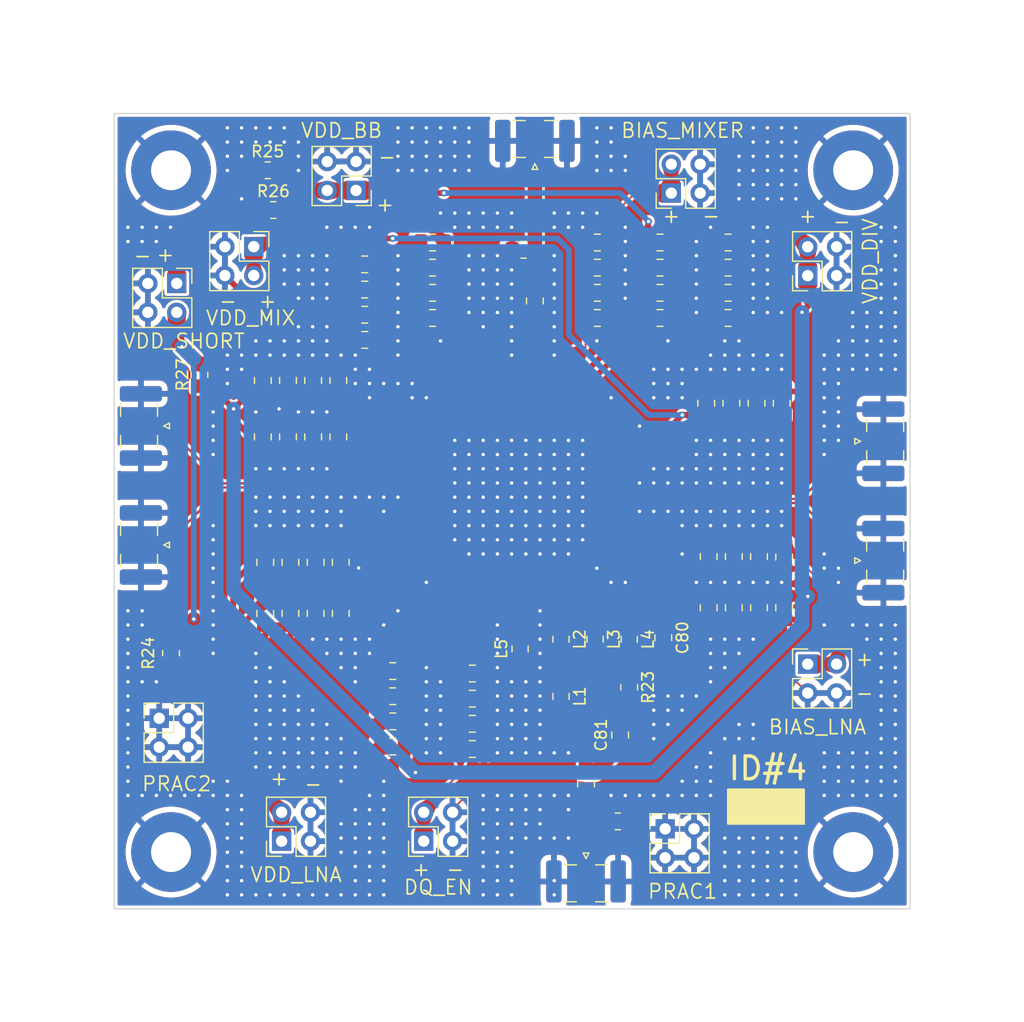
<source format=kicad_pcb>
(kicad_pcb (version 20241229) (generator "pcbnew") (generator_version "9.0")
  (layers (0 "F.Cu" signal) (2 "B.Cu" signal) (13 "F.Paste" user) (15 "B.Paste" user) (5 "F.SilkS" user "F.Silkscreen") (7 "B.SilkS" user "B.Silkscreen") (1 "F.Mask" user) (3 "B.Mask" user) (25 "Edge.Cuts" user))
  (net 0 "")
  (net 1 "/GND")
  (net 2 "Net-(L1-Pad1)")
  (net 3 "/VDD")
  (net 4 "/VSOURCE")
  (net 5 "/VIN_RF_S")
  (net 6 "/CK")
  (net 7 "/CK_CHIP")
  (net 8 "/BIAS_LNA")
  (net 9 "/BIAS_MIXER")
  (net 10 "/VDD_MIX")
  (net 11 "/VDD_DIV")
  (net 12 "/VDD_BB")
  (net 13 "/DQ_EN")
  (net 14 "/SMA_VIN_RF")
  (net 15 "/V_BB_I_P")
  (net 16 "/V_BB_I_N")
  (net 17 "/V_BB_Q_P")
  (net 18 "/V_BB_Q_N")
  (net 19 "/VDD_LNA")
  (net 20 "/VIN_RF")
  (footprint "Connector_PinHeader_2.54mm:PinHeader_2x02_P2.54mm_Vertical" (layer "F.Cu") (at 176 77.46 -90)
    (property "Reference" "J33" (hide yes))
    (property "Value" "Conn_02x02_Odd_Even" (hide yes))
  )
  (footprint "Capacitor_SMD:C_0805_2012Metric_Pad1.18x1.45mm_HandSolder" (layer "F.Cu") (at 207.5 79 -90)
    (property "Reference" "C19" (hide yes))
    (property "Value" "1n")
  )
  (footprint "Capacitor_SMD:C_0805_2012Metric_Pad1.18x1.45mm_HandSolder" (layer "F.Cu") (at 227.214 101.5 -90)
    (property "Reference" "C22" (hide yes))
    (property "Value" "0.22u")
  )
  (footprint "Capacitor_SMD:C_0805_2012Metric_Pad1.18x1.45mm_HandSolder" (layer "F.Cu") (at 185.786 86 90)
    (property "Reference" "C49" (hide yes))
    (property "Value" "0.22u")
  )
  (footprint "Capacitor_SMD:C_0805_2012Metric_Pad1.18x1.45mm_HandSolder" (layer "F.Cu") (at 225 101.5 -90)
    (property "Reference" "C21" (hide yes))
    (property "Value" "2.2n")
  )
  (footprint "Capacitor_SMD:C_0805_2012Metric_Pad1.18x1.45mm_HandSolder" (layer "F.Cu") (at 185.786 90.9625 90)
    (property "Reference" "C69" (hide yes))
    (property "Value" "0.22u")
  )
  (footprint "Capacitor_SMD:C_0805_2012Metric_Pad1.18x1.45mm_HandSolder" (layer "F.Cu") (at 218.8 108.6375 -90)
    (property "Reference" "C80")
    (property "Value" "1n")
  )
  (footprint "" (layer "F.Cu") (at 175.5 67.5)
    (property "Reference" "")
    (property "Value" "")
  )
  (footprint "Inductor_SMD:L_0805_2012Metric_Pad1.15x1.40mm_HandSolder" (layer "F.Cu") (at 212.8 108.775 -90)
    (property "Reference" "L3")
    (property "Value" "L")
  )
  (footprint "Connector_Coaxial:SMA_Samtec_SMA-J-P-H-ST-EM1_EdgeMount" (layer "F.Cu") (at 172.6005 100.475 180)
    (property "Reference" "J30" (hide yes))
    (property "Value" "Conn_Coaxial" (hide yes))
  )
  (footprint "CCJ04403:CCJ04403" (layer "F.Cu") (at 206.1635 95.92)
    (property "Reference" "U1" (hide yes))
    (property "Value" "~")
  )
  (footprint "Capacitor_SMD:C_0805_2012Metric_Pad1.18x1.45mm_HandSolder" (layer "F.Cu") (at 213 80.5)
    (property "Reference" "C24" (hide yes))
    (property "Value" "22p" (hide yes))
  )
  (footprint "Capacitor_SMD:C_0805_2012Metric_Pad1.18x1.45mm_HandSolder" (layer "F.Cu") (at 198.5 76.072 180)
    (property "Reference" "C57" (hide yes))
    (property "Value" "0.22u" (hide yes))
  )
  (footprint "Capacitor_SMD:C_0805_2012Metric_Pad1.18x1.45mm_HandSolder" (layer "F.Cu") (at 188 86 90)
    (property "Reference" "C47" (hide yes))
    (property "Value" "2.2n")
  )
  (footprint "Resistor_SMD:R_0805_2012Metric_Pad1.20x1.40mm_HandSolder" (layer "F.Cu") (at 206.5 74.5 180)
    (property "Reference" "R19" (hide yes))
    (property "Value" "50")
  )
  (footprint "Resistor_SMD:R_0805_2012Metric_Pad1.20x1.40mm_HandSolder" (layer "F.Cu") (at 178 85.5 -90)
    (property "Reference" "R27")
    (property "Value" "0" (hide yes))
  )
  (footprint "Capacitor_SMD:C_0805_2012Metric_Pad1.18x1.45mm_HandSolder" (layer "F.Cu") (at 195 116 180)
    (property "Reference" "C74" (hide yes))
    (property "Value" "0.22u")
  )
  (footprint "Capacitor_SMD:C_0805_2012Metric_Pad1.18x1.45mm_HandSolder" (layer "F.Cu") (at 188.214 102 -90)
    (property "Reference" "C31" (hide yes))
    (property "Value" "2.2n")
  )
  (footprint "" (layer "F.Cu") (at 238 65)
    (property "Reference" "")
    (property "Value" "")
  )
  (footprint "Connector_PinHeader_2.54mm:PinHeader_2x02_P2.54mm_Vertical" (layer "F.Cu") (at 182.775 74.225 -90)
    (property "Reference" "J25" (hide yes))
    (property "Value" "Conn_02x02_Odd_Even" (hide yes))
  )
  (footprint "Capacitor_SMD:C_0805_2012Metric_Pad1.18x1.45mm_HandSolder" (layer "F.Cu") (at 224.5 78.286)
    (property "Reference" "C46" (hide yes))
    (property "Value" "2.2n" (hide yes))
  )
  (footprint "Capacitor_SMD:C_0805_2012Metric_Pad1.18x1.45mm_HandSolder" (layer "F.Cu") (at 202 111.786)
    (property "Reference" "C60" (hide yes))
    (property "Value" "22p")
  )
  (footprint "Connector_Coaxial:SMA_Samtec_SMA-J-P-H-ST-EM1_EdgeMount" (layer "F.Cu") (at 238.3995 91.35)
    (property "Reference" "J23" (hide yes))
    (property "Value" "Conn_Coaxial" (hide yes))
  )
  (footprint "Capacitor_SMD:C_0805_2012Metric_Pad1.18x1.45mm_HandSolder" (layer "F.Cu") (at 198.5 80.5 180)
    (property "Reference" "C53" (hide yes))
    (property "Value" "22p" (hide yes))
  )
  (footprint "Connector_PinHeader_2.54mm:PinHeader_2x02_P2.54mm_Vertical" (layer "F.Cu") (at 174.46 115.725)
    (property "Reference" "J32" (hide yes))
    (property "Value" "Conn_02x02_Odd_Even" (hide yes))
  )
  (footprint "Capacitor_SMD:C_0805_2012Metric_Pad1.18x1.45mm_HandSolder" (layer "F.Cu") (at 202 118.428)
    (property "Reference" "C63" (hide yes))
    (property "Value" "22u")
  )
  (footprint "Capacitor_SMD:C_0805_2012Metric_Pad1.18x1.45mm_HandSolder" (layer "F.Cu") (at 212 121.5 90)
    (property "Reference" "C76" (hide yes))
    (property "Value" "1n")
  )
  (footprint "Connector_Coaxial:SMA_Samtec_SMA-J-P-H-ST-EM1_EdgeMount" (layer "F.Cu") (at 172.6005 90 180)
    (property "Reference" "J29" (hide yes))
    (property "Value" "Conn_Coaxial" (hide yes))
  )
  (footprint "Capacitor_SMD:C_0805_2012Metric_Pad1.18x1.45mm_HandSolder" (layer "F.Cu") (at 198.5 73.858 180)
    (property "Reference" "C59" (hide yes))
    (property "Value" "22u" (hide yes))
  )
  (footprint "" (layer "F.Cu") (at 235.5 127.5)
    (property "Reference" "")
    (property "Value" "")
  )
  (footprint "Capacitor_SMD:C_0805_2012Metric_Pad1.18x1.45mm_HandSolder" (layer "F.Cu") (at 202 114)
    (property "Reference" "C61" (hide yes))
    (property "Value" "2.2n")
  )
  (footprint "Capacitor_SMD:C_0805_2012Metric_Pad1.18x1.45mm_HandSolder" (layer "F.Cu") (at 229.428 101.5375 -90)
    (property "Reference" "C23" (hide yes))
    (property "Value" "22u")
  )
  (footprint "Capacitor_SMD:C_0805_2012Metric_Pad1.18x1.45mm_HandSolder" (layer "F.Cu") (at 192.5375 78 180)
    (property "Reference" "C40" (hide yes))
    (property "Value" "0.22u" (hide yes))
  )
  (footprint "Capacitor_SMD:C_0805_2012Metric_Pad1.18x1.45mm_HandSolder" (layer "F.Cu") (at 213 78.286)
    (property "Reference" "C25" (hide yes))
    (property "Value" "2.2n" (hide yes))
  )
  (footprint "Inductor_SMD:L_0805_2012Metric_Pad1.15x1.40mm_HandSolder" (layer "F.Cu") (at 209.8 108.775 -90)
    (property "Reference" "L2")
    (property "Value" "L")
  )
  (footprint "" (layer "F.Cu") (at 235.5 67.5)
    (property "Reference" "")
    (property "Value" "")
  )
  (footprint "Capacitor_SMD:C_0805_2012Metric_Pad1.18x1.45mm_HandSolder" (layer "F.Cu") (at 192.5375 75.786 180)
    (property "Reference" "C42" (hide yes))
    (property "Value" "22u" (hide yes))
  )
  (footprint "Capacitor_SMD:C_0805_2012Metric_Pad1.18x1.45mm_HandSolder" (layer "F.Cu") (at 222.786 106 -90)
    (property "Reference" "C64" (hide yes))
    (property "Value" "22p")
  )
  (footprint "Capacitor_SMD:C_0805_2012Metric_Pad1.18x1.45mm_HandSolder" (layer "F.Cu") (at 186 102 -90)
    (property "Reference" "C33" (hide yes))
    (property "Value" "0.22u")
  )
  (footprint "Capacitor_SMD:C_0805_2012Metric_Pad1.18x1.45mm_HandSolder" (layer "F.Cu") (at 225 106 -90)
    (property "Reference" "C66" (hide yes))
    (property "Value" "2.2n")
  )
  (footprint "Capacitor_SMD:C_0805_2012Metric_Pad1.18x1.45mm_HandSolder" (layer "F.Cu") (at 192.5375 80.214 180)
    (property "Reference" "C38" (hide yes))
    (property "Value" "2.2n" (hide yes))
  )
  (footprint "Capacitor_SMD:C_0805_2012Metric_Pad1.18x1.45mm_HandSolder" (layer "F.Cu") (at 202 116.214)
    (property "Reference" "C62" (hide yes))
    (property "Value" "0.22u")
  )
  (footprint "Capacitor_SMD:C_0805_2012Metric_Pad1.18x1.45mm_HandSolder" (layer "F.Cu") (at 198.5 78.286 180)
    (property "Reference" "C55" (hide yes))
    (property "Value" "2.2n" (hide yes))
  )
  (footprint "Resistor_SMD:R_0805_2012Metric_Pad1.20x1.40mm_HandSolder" (layer "F.Cu") (at 184 67.5)
    (property "Reference" "R25")
    (property "Value" "0" (hide yes))
  )
  (footprint "Inductor_SMD:L_0805_2012Metric_Pad1.15x1.40mm_HandSolder" (layer "F.Cu") (at 215.8 108.775 -90)
    (property "Reference" "L4")
    (property "Value" "L")
  )
  (footprint "Capacitor_SMD:C_0805_2012Metric_Pad1.18x1.45mm_HandSolder" (layer "F.Cu") (at 190.214 86 90)
    (property "Reference" "C45" (hide yes))
    (property "Value" "22p")
  )
  (footprint "Capacitor_SMD:C_0805_2012Metric_Pad1.18x1.45mm_HandSolder" (layer "F.Cu") (at 224.5 76.072)
    (property "Reference" "C48" (hide yes))
    (property "Value" "0.22u" (hide yes))
  )
  (footprint "Capacitor_SMD:C_0805_2012Metric_Pad1.18x1.45mm_HandSolder" (layer "F.Cu") (at 190.428 102 -90)
    (property "Reference" "C29" (hide yes))
    (property "Value" "22p")
  )
  (footprint "Capacitor_SMD:C_0805_2012Metric_Pad1.18x1.45mm_HandSolder" (layer "F.Cu") (at 183.786 102 -90)
    (property "Reference" "C35" (hide yes))
    (property "Value" "22u")
  )
  (footprint "Connector_PinHeader_2.54mm:PinHeader_2x02_P2.54mm_Vertical" (layer "F.Cu") (at 191.775 69.275 180)
    (property "Reference" "J27" (hide yes))
    (property "Value" "Conn_02x02_Odd_Even" (hide yes))
  )
  (footprint "" (layer "F.Cu") (at 175.5 127.5)
    (property "Reference" "")
    (property "Value" "")
  )
  (footprint "Connector_PinHeader_2.54mm:PinHeader_2x02_P2.54mm_Vertical" (layer "F.Cu") (at 218.96 125.46)
    (property "Reference" "J31" (hide yes))
    (property "Value" "Conn_02x02_Odd_Even" (hide yes))
  )
  (footprint "Capacitor_SMD:C_0805_2012Metric_Pad1.18x1.45mm_HandSolder" (layer "F.Cu") (at 218.5 76.072)
    (property "Reference" "C56" (hide yes))
    (property "Value" "0.22u" (hide yes))
  )
  (footprint "Connector_PinHeader_2.54mm:PinHeader_2x02_P2.54mm_Vertical" (layer "F.Cu") (at 185.225 126.54 90)
    (property "Reference" "J24" (hide yes))
    (property "Value" "Conn_02x02_Odd_Even" (hide yes))
  )
  (footprint "Capacitor_SMD:C_0805_2012Metric_Pad1.18x1.45mm_HandSolder" (layer "F.Cu") (at 218.5 80.5)
    (property "Reference" "C52" (hide yes))
    (property "Value" "22p" (hide yes))
  )
  (footprint "Capacitor_SMD:C_0805_2012Metric_Pad1.18x1.45mm_HandSolder" (layer "F.Cu") (at 215 117.2 90)
    (property "Reference" "C81")
    (property "Value" "1n")
  )
  (footprint "Connector_Coaxial:SMA_Samtec_SMA-J-P-H-ST-EM1_EdgeMount" (layer "F.Cu") (at 238.3995 101.85)
    (property "Reference" "J22" (hide yes))
    (property "Value" "Conn_Coaxial" (hide yes))
  )
  (footprint "" (layer "F.Cu") (at 175.5 127.5)
    (property "Reference" "")
    (property "Value" "")
  )
  (footprint "Capacitor_SMD:C_0805_2012Metric_Pad1.18x1.45mm_HandSolder" (layer "F.Cu") (at 183.572 90.9625 90)
    (property "Reference" "C71" (hide yes))
    (property "Value" "22u")
  )
  (footprint "Capacitor_SMD:C_0805_2012Metric_Pad1.18x1.45mm_HandSolder" (layer "F.Cu") (at 195 113.786 180)
    (property "Reference" "C73" (hide yes))
    (property "Value" "2.2n")
  )
  (footprint "Capacitor_SMD:C_0805_2012Metric_Pad1.18x1.45mm_HandSolder" (layer "F.Cu") (at 190.428 106.5 -90)
    (property "Reference" "C28" (hide yes))
    (property "Value" "22p")
  )
  (footprint "Capacitor_SMD:C_0805_2012Metric_Pad1.18x1.45mm_HandSolder" (layer "F.Cu") (at 224.786 88 90)
    (property "Reference" "C39" (hide yes))
    (property "Value" "2.2n")
  )
  (footprint "Connector_Coaxial:SMA_Samtec_SMA-J-P-H-ST-EM1_EdgeMount" (layer "F.Cu") (at 212 130.3375 -90)
    (property "Reference" "J19" (hide yes))
    (property "Value" "Conn_Coaxial" (hide yes))
  )
  (footprint "Capacitor_SMD:C_0805_2012Metric_Pad1.18x1.45mm_HandSolder" (layer "F.Cu") (at 188.214 106.5 -90)
    (property "Reference" "C30" (hide yes))
    (property "Value" "2.2n")
  )
  (footprint "Capacitor_SMD:C_0805_2012Metric_Pad1.18x1.45mm_HandSolder" (layer "F.Cu") (at 213 73.858)
    (property "Reference" "C27" (hide yes))
    (property "Value" "22u" (hide yes))
  )
  (footprint "" (layer "F.Cu") (at 235.5 127.5)
    (property "Reference" "")
    (property "Value" "")
  )
  (footprint "Capacitor_SMD:C_0805_2012Metric_Pad1.18x1.45mm_HandSolder" (layer "F.Cu") (at 218.5 78.286)
    (property "Reference" "C54" (hide yes))
    (property "Value" "2.2n" (hide yes))
  )
  (footprint "Capacitor_SMD:C_0805_2012Metric_Pad1.18x1.45mm_HandSolder" (layer "F.Cu") (at 186 106.5 -90)
    (property "Reference" "C32" (hide yes))
    (property "Value" "0.22u")
  )
  (footprint "Capacitor_SMD:C_0805_2012Metric_Pad1.18x1.45mm_HandSolder" (layer "F.Cu") (at 213 76.072)
    (property "Reference" "C26" (hide yes))
    (property "Value" "0.22u" (hide yes))
  )
  (footprint "Capacitor_SMD:C_0805_2012Metric_Pad1.18x1.45mm_HandSolder" (layer "F.Cu") (at 192.5375 82.428 180)
    (property "Reference" "C36" (hide yes))
    (property "Value" "22p" (hide yes))
  )
  (footprint "Capacitor_SMD:C_0805_2012Metric_Pad1.18x1.45mm_HandSolder" (layer "F.Cu") (at 224.5 73.858)
    (property "Reference" "C50" (hide yes))
    (property "Value" "22u" (hide yes))
  )
  (footprint "Connector_PinHeader_2.54mm:PinHeader_2x02_P2.54mm_Vertical" (layer "F.Cu") (at 197.725 126.54 90)
    (property "Reference" "J28" (hide yes))
    (property "Value" "Conn_02x02_Odd_Even" (hide yes))
  )
  (footprint "Inductor_SMD:L_0805_2012Metric_Pad1.15x1.40mm_HandSolder" (layer "F.Cu") (at 209.8 113.8 -90)
    (property "Reference" "L1")
    (property "Value" "L")
  )
  (footprint "Capacitor_SMD:C_0805_2012Metric_Pad1.18x1.45mm_HandSolder" (layer "F.Cu") (at 224.5 80.5)
    (property "Reference" "C44" (hide yes))
    (property "Value" "22p" (hide yes))
  )
  (footprint "Capacitor_SMD:C_0805_2012Metric_Pad1.18x1.45mm_HandSolder" (layer "F.Cu") (at 222.572 88 90)
    (property "Reference" "C37" (hide yes))
    (property "Value" "22p")
  )
  (footprint "Connector_PinHeader_2.54mm:PinHeader_2x02_P2.54mm_Vertical" (layer "F.Cu") (at 219.5 69.51 90)
    (property "Reference" "J21" (hide yes))
    (property "Value" "Conn_02x02_Odd_Even" (hide yes))
  )
  (footprint "Capacitor_SMD:C_0805_2012Metric_Pad1.18x1.45mm_HandSolder" (layer "F.Cu") (at 229.214 88 90)
    (property "Reference" "C43" (hide yes))
    (property "Value" "22u")
  )
  (footprint "Connector_PinHeader_2.54mm:PinHeader_2x02_P2.54mm_Vertical" (layer "F.Cu") (at 231.5 110.96)
    (property "Reference" "J20" (hide yes))
    (property "Value" "Conn_02x02_Odd_Even" (hide yes))
  )
  (footprint "Connector_Coaxial:SMA_Samtec_SMA-J-P-H-ST-EM1_EdgeMount" (layer "F.Cu") (at 207.5 64.6625 90)
    (property "Reference" "J18" (hide yes))
    (property "Value" "Conn_Coaxial" (hide yes))
  )
  (footprint "Capacitor_SMD:C_0805_2012Metric_Pad1.18x1.45mm_HandSolder" (layer "F.Cu") (at 188 90.9625 90)
    (property "Reference" "C67" (hide yes))
    (property "Value" "2.2n")
  )
  (footprint "Capacitor_SMD:C_0805_2012Metric_Pad1.18x1.45mm_HandSolder" (layer "F.Cu") (at 227.214 106 -90)
    (property "Reference" "C68" (hide yes))
    (property "Value" "0.22u")
  )
  (footprint "Resistor_SMD:R_0805_2012Metric_Pad1.20x1.40mm_HandSolder" (layer "F.Cu") (at 184.5 71)
    (property "Reference" "R26")
    (property "Value" "0" (hide yes))
  )
  (footprint "Resistor_SMD:R_0805_2012Metric_Pad1.20x1.40mm_HandSolder" (layer "F.Cu") (at 175.5 110 -90)
    (property "Reference" "R24")
    (property "Value" "0" (hide yes))
  )
  (footprint "Connector_PinHeader_2.54mm:PinHeader_2x02_P2.54mm_Vertical" (layer "F.Cu") (at 231.5 76.775 90)
    (property "Reference" "J26" (hide yes))
    (property "Value" "Conn_02x02_Odd_Even" (hide yes))
  )
  (footprint "Inductor_SMD:L_0805_2012Metric_Pad1.15x1.40mm_HandSolder" (layer "F.Cu") (at 206.2 109.625 90)
    (property "Reference" "L5")
    (property "Value" "L")
  )
  (footprint "Resistor_SMD:R_0805_2012Metric_Pad1.20x1.40mm_HandSolder" (layer "F.Cu") (at 215.8 113 -90)
    (property "Reference" "R23")
    (property "Value" "0")
  )
  (footprint "Capacitor_SMD:C_0805_2012Metric_Pad1.18x1.45mm_HandSolder" (layer "F.Cu") (at 183.572 86 90)
    (property "Reference" "C51" (hide yes))
    (property "Value" "22u")
  )
  (footprint "" (layer "F.Cu") (at 175.5 67.5)
    (property "Reference" "")
    (property "Value" "")
  )
  (footprint "Capacitor_SMD:C_0805_2012Metric_Pad1.18x1.45mm_HandSolder" (layer "F.Cu") (at 190.214 90.9625 90)
    (property "Reference" "C65" (hide yes))
    (property "Value" "22p")
  )
  (footprint "Capacitor_SMD:C_0805_2012Metric_Pad1.18x1.45mm_HandSolder" (layer "F.Cu") (at 222.786 101.5 -90)
    (property "Reference" "C20" (hide yes))
    (property "Value" "22p")
  )
  (footprint "Capacitor_SMD:C_0805_2012Metric_Pad1.18x1.45mm_HandSolder" (layer "F.Cu") (at 218.5 73.858)
    (property "Reference" "C58" (hide yes))
    (property "Value" "22u" (hide yes))
  )
  (footprint "Capacitor_SMD:C_0805_2012Metric_Pad1.18x1.45mm_HandSolder" (layer "F.Cu") (at 195 111.572 180)
    (property "Reference" "C72" (hide yes))
    (property "Value" "22p")
  )
  (footprint "Capacitor_SMD:C_0805_2012Metric_Pad1.18x1.45mm_HandSolder" (layer "F.Cu") (at 227 88 90)
    (property "Reference" "C41" (hide yes))
    (property "Value" "0.22u")
  )
  (footprint "Capacitor_SMD:C_0805_2012Metric_Pad1.18x1.45mm_HandSolder" (layer "F.Cu") (at 183.786 106.5 -90)
    (property "Reference" "C34" (hide yes))
    (property "Value" "22u")
  )
  (footprint "Resistor_SMD:R_0805_2012Metric_Pad1.20x1.40mm_HandSolder" (layer "F.Cu") (at 214.8 124.8)
    (property "Reference" "R20" (hide yes))
    (property "Value" "50")
  )
  (footprint "Capacitor_SMD:C_0805_2012Metric_Pad1.18x1.45mm_HandSolder" (layer "F.Cu") (at 195 118.214 180)
    (property "Reference" "C75" (hide yes))
    (property "Value" "22u")
  )
  (footprint "Capacitor_SMD:C_0805_2012Metric_Pad1.18x1.45mm_HandSolder" (layer "F.Cu") (at 229.428 106 -90)
    (property "Reference" "C70" (hide yes))
    (property "Value" "22u")
  )
  (gr_poly (pts (xy 224.5 122) (xy 231.154933 122) (xy 231.154933 125) (xy 224.5 125)) (stroke (width 0.2)) (fill yes) (layer "F.SilkS"))
  (gr_rect (start 170.5 62.5) (end 240.5 132.5) (stroke (width 0.1)) (fill no) (layer "Edge.Cuts"))
  (gr_text "ID#4" (at 228 120.135315 0) (layer "F.SilkS") (effects (font (size 2 2) (thickness 0.3))))
  (segment (start 214.327 99.73) (end 217.63 99.73) (width 0.1524) (layer "F.Cu") (net 1))
  (segment (start 222.786 107.0375) (end 225 107.0375) (width 0.1524) (layer "F.Cu") (net 1))
  (segment (start 189.235 66.735) (end 191.775 66.735) (width 0.508) (layer "F.Cu") (net 1))
  (segment (start 198 98.46) (end 197.04 98.46) (width 0.1524) (layer "F.Cu") (net 1))
  (segment (start 232 82) (end 227.0375 82) (width 0.508) (layer "F.Cu") (net 1))
  (segment (start 197.23 102.27) (end 191.9625 107.5375) (width 0.1524) (layer "F.Cu") (net 1))
  (segment (start 192.399 92.11) (end 190.214 89.925) (width 0.1524) (layer "F.Cu") (net 1))
  (segment (start 191.5 80.214) (end 191.5 82.428) (width 0.1524) (layer "F.Cu") (net 1))
  (segment (start 193.9625 119.5375) (end 193.9625 118.214) (width 0.1524) (layer "F.Cu") (net 1))
  (segment (start 186 107.5375) (end 183.786 107.5375) (width 0.1524) (layer "F.Cu") (net 1))
  (segment (start 187.765 124) (end 189.5 124) (width 0.1524) (layer "F.Cu") (net 1))
  (segment (start 229.428 102.575) (end 227.2515 102.575) (width 0.1524) (layer "F.Cu") (net 1))
  (segment (start 187.765 126.54) (end 187.765 124) (width 0.1524) (layer "F.Cu") (net 1))
  (segment (start 188 89.925) (end 190.214 89.925) (width 0.1524) (layer "F.Cu") (net 1))
  (segment (start 234.04 79.96) (end 232 82) (width 0.508) (layer "F.Cu") (net 1))
  (segment (start 234.04 76.775) (end 234.04 79.96) (width 0.508) (layer "F.Cu") (net 1))
  (segment (start 190.428 103.0375) (end 188.214 103.0375) (width 0.1524) (layer "F.Cu") (net 1))
  (segment (start 197.4625 76.072) (end 197.4625 78.286) (width 0.1524) (layer "F.Cu") (net 1))
  (segment (start 220.6375 107.0375) (end 222.786 107.0375) (width 0.1524) (layer "F.Cu") (net 1))
  (segment (start 197.4625 73.858) (end 197.4625 76.072) (width 0.1524) (layer "F.Cu") (net 1))
  (segment (start 225 107.0375) (end 227.214 107.0375) (width 0.1524) (layer "F.Cu") (net 1))
  (segment (start 198 102.27) (end 197.23 102.27) (width 0.1524) (layer "F.Cu") (net 1))
  (segment (start 194 109.897) (end 199.8135 104.0835) (width 0.1524) (layer "F.Cu") (net 1))
  (segment (start 188 89.925) (end 185.786 89.925) (width 0.1524) (layer "F.Cu") (net 1))
  (segment (start 225.5375 73.858) (end 225.5375 76.072) (width 0.1524) (layer "F.Cu") (net 1))
  (segment (start 200.265 123.735) (end 203.0375 120.9625) (width 0.1524) (layer "F.Cu") (net 1))
  (segment (start 229.428 102.575) (end 230.364 102.575) (width 0.1524) (layer "F.Cu") (net 1))
  (segment (start 225.5375 78.286) (end 225.5375 80.5) (width 0.1524) (layer "F.Cu") (net 1))
  (segment (start 185.786 89.925) (end 183.572 89.925) (width 0.1524) (layer "F.Cu") (net 1))
  (segment (start 227.214 102.5375) (end 225 102.5375) (width 0.1524) (layer "F.Cu") (net 1))
  (segment (start 234.04 74.235) (end 234.04 76.775) (width 0.508) (layer "F.Cu") (net 1))
  (segment (start 231.5 113.5) (end 229.428 111.428) (width 0.1524) (layer "F.Cu") (net 1))
  (segment (start 225.5375 76.072) (end 225.5375 78.286) (width 0.1524) (layer "F.Cu") (net 1))
  (segment (start 200.265 126.275) (end 200.265 123.735) (width 0.1524) (layer "F.Cu") (net 1))
  (segment (start 220.4375 102.5375) (end 222.786 102.5375) (width 0.1524) (layer "F.Cu") (net 1))
  (segment (start 193.9625 111.572) (end 193.9625 110.0375) (width 0.1524) (layer "F.Cu") (net 1))
  (segment (start 234.04 113.5) (end 231.5 113.5) (width 0.1524) (layer "F.Cu") (net 1))
  (segment (start 193.9625 113.786) (end 193.9625 116) (width 0.1524) (layer "F.Cu") (net 1))
  (segment (start 203.0375 114) (end 203.0375 111.786) (width 0.1524) (layer "F.Cu") (net 1))
  (segment (start 191.5 78) (end 191.5 80.214) (width 0.1524) (layer "F.Cu") (net 1))
  (segment (start 229.4625 107.072) (end 231.928 107.072) (width 0.1524) (layer "F.Cu") (net 1))
  (segment (start 222.04 71.46) (end 219.642 73.858) (width 0.1524) (layer "F.Cu") (net 1))
  (segment (start 227.0375 82) (end 225.5375 80.5) (width 0.508) (layer "F.Cu") (net 1))
  (segment (start 225 102.5375) (end 222.786 102.5375) (width 0.1524) (layer "F.Cu") (net 1))
  (segment (start 180.235 73.46) (end 180.235 76.765) (width 0.508) (layer "F.Cu") (net 1))
  (segment (start 188.214 103.0375) (end 186 103.0375) (width 0.1524) (layer "F.Cu") (net 1))
  (segment (start 190.428 107.5375) (end 188.214 107.5375) (width 0.1524) (layer "F.Cu") (net 1))
  (segment (start 203.0375 120.9625) (end 203.0375 118.428) (width 0.1524) (layer "F.Cu") (net 1))
  (segment (start 191.5 75.786) (end 191.5 78) (width 0.1524) (layer "F.Cu") (net 1))
  (segment (start 188.214 107.5375) (end 186 107.5375) (width 0.1524) (layer "F.Cu") (net 1))
  (segment (start 193.9625 116) (end 193.9625 118.214) (width 0.1524) (layer "F.Cu") (net 1))
  (segment (start 189.235 66.735) (end 189.5 67) (width 0.508) (layer "F.Cu") (net 1))
  (segment (start 194 110) (end 194 109.897) (width 0.1524) (layer "F.Cu") (net 1))
  (segment (start 191.9625 107.5375) (end 190.428 107.5375) (width 0.1524) (layer "F.Cu") (net 1))
  (segment (start 197.4625 78.286) (end 197.4625 80.5) (width 0.1524) (layer "F.Cu") (net 1))
  (segment (start 230.364 102.575) (end 233 105.211) (width 0.1524) (layer "F.Cu") (net 1))
  (segment (start 215.87 102.27) (end 220.6375 107.0375) (width 0.1524) (layer "F.Cu") (net 1))
  (segment (start 203.0375 111.786) (end 203.0375 106.9625) (width 0.1524) (layer "F.Cu") (net 1))
  (segment (start 217.63 99.73) (end 220.4375 102.5375) (width 0.1524) (layer "F.Cu") (net 1))
  (segment (start 203.0375 118.428) (end 203.0375 116.214) (width 0.1524) (layer "F.Cu") (net 1))
  (segment (start 222.04 66.97) (end 222.04 69.51) (width 0.508) (layer "F.Cu") (net 1))
  (segment (start 189.5 124) (end 193.9625 119.5375) (width 0.1524) (layer "F.Cu") (net 1))
  (segment (start 203.0375 106.9625) (end 203.6235 106.3765) (width 0.1524) (layer "F.Cu") (net 1))
  (segment (start 214.327 102.27) (end 215.87 102.27) (width 0.1524) (layer "F.Cu") (net 1))
  (segment (start 193.9625 110.0375) (end 194 110) (width 0.1524) (layer "F.Cu") (net 1))
  (segment (start 233 105.211) (end 233 106) (width 0.1524) (layer "F.Cu") (net 1))
  (segment (start 219.642 73.858) (end 219.5375 73.858) (width 0.508) (layer "F.Cu") (net 1))
  (segment (start 193.9625 111.572) (end 193.9625 113.786) (width 0.1524) (layer "F.Cu") (net 1))
  (segment (start 192.4625 103.0375) (end 190.428 103.0375) (width 0.1524) (layer "F.Cu") (net 1))
  (segment (start 227.214 107.0375) (end 229.428 107.0375) (width 0.1524) (layer "F.Cu") (net 1))
  (segment (start 186 103.0375) (end 183.786 103.0375) (width 0.1524) (layer "F.Cu") (net 1))
  (segment (start 229.428 111.428) (end 229.428 107.0375) (width 0.1524) (layer "F.Cu") (net 1))
  (segment (start 203.0375 116.214) (end 203.0375 114) (width 0.1524) (layer "F.Cu") (net 1))
  (segment (start 231.928 107.072) (end 233 106) (width 0.1524) (layer "F.Cu") (net 1))
  (segment (start 180.235 76.765) (end 183.684 80.214) (width 0.508) (layer "F.Cu") (net 1))
  (segment (start 203.6235 106.3765) (end 203.6235 104.0835) (width 0.1524) (layer "F.Cu") (net 1))
  (segment (start 198 92.11) (end 192.399 92.11) (width 0.1524) (layer "F.Cu") (net 1))
  (segment (start 227.2515 102.575) (end 227.214 102.5375) (width 0.1524) (layer "F.Cu") (net 1))
  (segment (start 222.04 69.51) (end 222.04 71.46) (width 0.1524) (layer "F.Cu") (net 1))
  (segment (start 229.428 107.0375) (end 229.4625 107.072) (width 0.1524) (layer "F.Cu") (net 1))
  (segment (start 183.684 80.214) (end 191.5 80.214) (width 0.508) (layer "F.Cu") (net 1))
  (segment (start 197.04 98.46) (end 192.4625 103.0375) (width 0.1524) (layer "F.Cu") (net 1))
  (via (at 199.2055 63.7675) (size 0.6048) (drill 0.3) (layers "F.Cu" "B.Cu") (net 1))
  (via (at 197.9555 113.7675) (size 0.6048) (drill 0.3) (layers "F.Cu" "B.Cu") (net 1))
  (via (at 180.4555 85.0175) (size 0.6048) (drill 0.3) (layers "F.Cu" "B.Cu") (net 1))
  (via (at 227.9555 63.7675) (size 0.6048) (drill 0.3) (layers "F.Cu" "B.Cu") (net 1))
  (via (at 210.4555 123.7675) (size 0.6048) (drill 0.3) (layers "F.Cu" "B.Cu") (net 1))
  (via (at 227.9555 93.7675) (size 0.6048) (drill 0.3) (layers "F.Cu" "B.Cu") (net 1))
  (via (at 232.9555 121.2675) (size 0.6048) (drill 0.3) (layers "F.Cu" "B.Cu") (net 1))
  (via (at 237.9555 76.2675) (size 0.6048) (drill 0.3) (layers "F.Cu" "B.Cu") (net 1))
  (via (at 186.7055 118.7675) (size 0.6048) (drill 0.3) (layers "F.Cu" "B.Cu") (net 1))
  (via (at 189.2055 118.7675) (size 0.6048) (drill 0.3) (layers "F.Cu" "B.Cu") (net 1))
  (via (at 204.2055 126.2675) (size 0.6048) (drill 0.3) (layers "F.Cu" "B.Cu") (net 1))
  (via (at 180.4555 122.5175) (size 0.6048) (drill 0.3) (layers "F.Cu" "B.Cu") (net 1))
  (via (at 204.2055 125.0175) (size 0.6048) (drill 0.3) (layers "F.Cu" "B.Cu") (net 1))
  (via (at 232.9555 88.7675) (size 0.6048) (drill 0.3) (layers "F.Cu" "B.Cu") (net 1))
  (via (at 209.2055 72.5175) (size 0.6048) (drill 0.3) (layers "F.Cu" "B.Cu") (net 1))
  (via (at 192.9555 126.2675) (size 0.6048) (drill 0.3) (layers "F.Cu" "B.Cu") (net 1))
  (via (at 192.9555 123.7675) (size 0.6048) (drill 0.3) (layers "F.Cu" "B.Cu") (net 1))
  (via (at 205.4555 82.5175) (size 0.6048) (drill 0.3) (layers "F.Cu" "B.Cu") (net 1))
  (via (at 227.9555 73.7675) (size 0.6048) (drill 0.3) (layers "F.Cu" "B.Cu") (net 1))
  (via (at 185.4555 97.5175) (size 0.6048) (drill 0.3) (layers "F.Cu" "B.Cu") (net 1))
  (via (at 212.9555 102.5175) (size 0.6048) (drill 0.3) (layers "F.Cu" "B.Cu") (net 1))
  (via (at 214.2055 103.7675) (size 0.6048) (drill 0.3) (layers "F.Cu" "B.Cu") (net 1))
  (via (at 239.2055 110.0175) (size 0.6048) (drill 0.3) (layers "F.Cu" "B.Cu") (net 1))
  (via (at 192.9555 86.2675) (size 0.6048) (drill 0.3) (layers "F.Cu" "B.Cu") (net 1))
  (via (at 234.2055 103.7675) (size 0.6048) (drill 0.3) (layers "F.Cu" "B.Cu") (net 1))
  (via (at 205.4555 117.5175) (size 0.6048) (drill 0.3) (layers "F.Cu" "B.Cu") (net 1))
  (via (at 205.4555 81.2675) (size 0.6048) (drill 0.3) (layers "F.Cu" "B.Cu") (net 1))
  (via (at 184.2055 82.5175) (size 0.6048) (drill 0.3) (layers "F.Cu" "B.Cu") (net 1))
  (via (at 220.4555 115.0175) (size 0.6048) (drill 0.3) (layers "F.Cu" "B.Cu") (net 1))
  (via (at 207.9555 100.0175) (size 0.6048) (drill 0.3) (layers "F.Cu" "B.Cu") (net 1))
  (via (at 187.9555 83.7675) (size 0.6048) (drill 0.3) (layers "F.Cu" "B.Cu") (net 1))
  (via (at 209.2055 78.7675) (size 0.6048) (drill 0.3) (layers "F.Cu" "B.Cu") (net 1))
  (via (at 237.9555 113.7675) (size 0.6048) (drill 0.3) (layers "F.Cu" "B.Cu") (net 1))
  (via (at 199.2055 71.2675) (size 0.6048) (drill 0.3) (layers "F.Cu" "B.Cu") (net 1))
  (via (at 190.4555 125.0175) (size 0.6048) (drill 0.3) (layers "F.Cu" "B.Cu") (net 1))
  (via (at 224.2055 128.7675) (size 0.6048) (drill 0.3) (layers "F.Cu" "B.Cu") (net 1))
  (via (at 192.9555 87.5175) (size 0.6048) (drill 0.3) (layers "F.Cu" "B.Cu") (net 1))
  (via (at 187.9555 97.5175) (size 0.6048) (drill 0.3) (layers "F.Cu" "B.Cu") (net 1))
  (via (at 230.4555 68.7675) (size 0.6048) (drill 0.3) (layers "F.Cu" "B.Cu") (net 1))
  (via (at 217.9555 116.2675) (size 0.6048) (drill 0.3) (layers "F.Cu" "B.Cu") (net 1))
  (via (at 187.9555 81.2675) (size 0.6048) (drill 0.3) (layers "F.Cu" "B.Cu") (net 1))
  (via (at 205.4555 118.7675) (size 0.6048) (drill 0.3) (layers "F.Cu" "B.Cu") (net 1))
  (via (at 185.4555 96.2675) (size 0.6048) (drill 0.3) (layers "F.Cu" "B.Cu") (net 1))
  (via (at 211.7055 92.5175) (size 0.6048) (drill 0.3) (layers "F.Cu" "B.Cu") (net 1))
  (via (at 190.4555 83.7675) (size 0.6048) (drill 0.3) (layers "F.Cu" "B.Cu") (net 1))
  (via (at 224.2055 93.7675) (size 0.6048) (drill 0.3) (layers "F.Cu" "B.Cu") (net 1))
  (via (at 197.9555 118.7675) (size 0.6048) (drill 0.3) (layers "F.Cu" "B.Cu") (net 1))
  (via (at 239.2055 112.5175) (size 0.6048) (drill 0.3) (layers "F.Cu" "B.Cu") (net 1))
  (via (at 220.4555 121.2675) (size 0.6048) (drill 0.3) (layers "F.Cu" "B.Cu") (net 1))
  (via (at 182.9555 118.7675) (size 0.6048) (drill 0.3) (layers "F.Cu" "B.Cu") (net 1))
  (via (at 222.9555 120.0175) (size 0.6048) (drill 0.3) (layers "F.Cu" "B.Cu") (net 1))
  (via (at 201.7055 71.2675) (size 0.6048) (drill 0.3) (layers "F.Cu" "B.Cu") (net 1))
  (via (at 227.9555 92.5175) (size 0.6048) (drill 0.3) (layers "F.Cu" "B.Cu") (net 1))
  (via (at 234.2055 82.5175) (size 0.6048) (drill 0.3) (layers "F.Cu" "B.Cu") (net 1))
  (via (at 186.7055 98.7675) (size 0.6048) (drill 0.3) (layers "F.Cu" "B.Cu") (net 1))
  (via (at 205.4555 71.2675) (size 0.6048) (drill 0.3) (layers "F.Cu" "B.Cu") (net 1))
  (via (at 212.9555 82.5175) (size 0.6048) (drill 0.3) (layers "F.Cu" "B.Cu") (net 1))
  (via (at 186.7055 131.2675) (size 0.6048) (drill 0.3) (layers "F.Cu" "B.Cu") (net 1))
  (via (at 179.2055 108.7675) (size 0.6048) (drill 0.3) (layers "F.Cu" "B.Cu") (net 1))
  (via (at 190.4555 126.2675) (size 0.6048) (drill 0.3) (layers "F.Cu" "B.Cu") (net 1))
  (via (at 236.7055 120.0175) (size 0.6048) (drill 0.3) (layers "F.Cu" "B.Cu") (net 1))
  (via (at 232.9555 85.0175) (size 0.6048) (drill 0.3) (layers "F.Cu" "B.Cu") (net 1))
  (via (at 204.2055 71.2675) (size 0.6048) (drill 0.3) (layers "F.Cu" "B.Cu") (net 1))
  (via (at 225.4555 108.7675) (size 0.6048) (drill 0.3) (layers "F.Cu" "B.Cu") (net 1))
  (via (at 207.9555 122.5175) (size 0.6048) (drill 0.3) (layers "F.Cu" "B.Cu") (net 1))
  (via (at 205.4555 131.2675) (size 0.6048) (drill 0.3) (layers "F.Cu" "B.Cu") (net 1))
  (via (at 189.2055 96.2675) (size 0.6048) (drill 0.3) (layers "F.Cu" "B.Cu") (net 1))
  (via (at 239.2055 72.5175) (size 0.6048) (drill 0.3) (layers "F.Cu" "B.Cu") (net 1))
  (via (at 202.9555 125.0175) (size 0.6048) (drill 0.3) (layers "F.Cu" "B.Cu") (net 1))
  (via (at 181.7055 70.0175) (size 0.6048) (drill 0.3) (layers "F.Cu" "B.Cu") (net 1))
  (via (at 191.7055 111.2675) (size 0.6048) (drill 0.3) (layers "F.Cu" "B.Cu") (net 1))
  (via (at 182.9555 97.5175) (size 0.6048) (drill 0.3) (layers "F.Cu" "B.Cu") (net 1))
  (via (at 191.7055 83.7675) (size 0.6048) (drill 0.3) (layers "F.Cu" "B.Cu") (net 1))
  (via (at 212.9555 66.2675) (size 0.6048) (drill 0.3) (layers "F.Cu" "B.Cu") (net 1))
  (via (at 215.4555 103.7675) (size 0.6048) (drill 0.3) (layers "F.Cu" "B.Cu") (net 1))
  (via (at 206.7055 122.5175) (size 0.6048) (drill 0.3) (layers "F.Cu" "B.Cu") (net 1))
  (via (at 226.7055 98.7675) (size 0.6048) (drill 0.3) (layers "F.Cu" "B.Cu") (net 1))
  (via (at 220.4555 93.7675) (size 0.6048) (drill 0.3) (layers "F.Cu" "B.Cu") (net 1))
  (via (at 204.2055 91.2675) (size 0.6048) (drill 0.3) (layers "F.Cu" "B.Cu") (net 1))
  (via (at 184.2055 63.7675) (size 0.6048) (drill 0.3) (layers "F.Cu" "B.Cu") (net 1))
  (via (at 210.4555 72.5175) (size 0.6048) (drill 0.3) (layers "F.Cu" "B.Cu") (net 1))
  (via (at 199.2055 112.5175) (size 0.6048) (drill 0.3) (layers "F.Cu" "B.Cu") (net 1))
  (via (at 197.9555 63.7675) (size 0.6048) (drill 0.3) (layers "F.Cu" "B.Cu") (net 1))
  (via (at 226.7055 70.0175) (size 0.6048) (drill 0.3) (layers "F.Cu" "B.Cu") (net 1))
  (via (at 215.4555 72.5175) (size 0.6048) (drill 0.3) (layers "F.Cu" "B.Cu") (net 1))
  (via (at 229.2055 128.7675) (size 0.6048) (drill 0.3) (layers "F.Cu" "B.Cu") (net 1))
  (via (at 217.9555 122.5175) (size 0.6048) (drill 0.3) (layers "F.Cu" "B.Cu") (net 1))
  (via (at 205.4555 101.2675) (size 0.6048) (drill 0.3) (layers "F.Cu" "B.Cu") (net 1))
  (via (at 221.7055 91.2675) (size 0.6048) (drill 0.3) (layers "F.Cu" "B.Cu") (net 1))
  (via (at 189.2055 117.5175) (size 0.6048) (drill 0.3) (layers "F.Cu" "B.Cu") (net 1))
  (via (at 204.2055 123.7675) (size 0.6048) (drill 0.3) (layers "F.Cu" "B.Cu") (net 1))
  (via (at 226.7055 83.7675) (size 0.6048) (drill 0.3) (layers "F.Cu" "B.Cu") (net 1))
  (via (at 189.2055 98.7675) (size 0.6048) (drill 0.3) (layers "F.Cu" "B.Cu") (net 1))
  (via (at 202.9555 96.2675) (size 0.6048) (drill 0.3) (layers "F.Cu" "B.Cu") (net 1))
  (via (at 234.2055 88.7675) (size 0.6048) (drill 0.3) (layers "F.Cu" "B.Cu") (net 1))
  (via (at 204.2055 130.0175) (size 0.6048) (drill 0.3) (layers "F.Cu" "B.Cu") (net 1))
  (via (at 230.4555 128.7675) (size 0.6048) (drill 0.3) (layers "F.Cu" "B.Cu") (net 1))
  (via (at 187.9555 98.7675) (size 0.6048) (drill 0.3) (layers "F.Cu" "B.Cu") (net 1))
  (via (at 224.2055 83.7675) (size 0.6048) (drill 0.3) (layers "F.Cu" "B.Cu") (net 1))
  (via (at 205.4555 77.5175) (size 0.6048) (drill 0.3) (layers "F.Cu" "B.Cu") (net 1))
  (via (at 185 88.5) (size 0.6048) (drill 0.3) (layers "F.Cu" "B.Cu") (net 1))
  (via (at 187.9555 115.0175) (size 0.6048) (drill 0.3) (layers "F.Cu" "B.Cu") (net 1))
  (via (at 180.4555 123.7675) (size 0.6048) (drill 0.3) (layers "F.Cu" "B.Cu") (net 1))
  (via (at 202.9555 97.5175) (size 0.6048) (drill 0.3) (layers "F.Cu" "B.Cu") (net 1))
  (via (at 196.7055 67.5175) (size 0.6048) (drill 0.3) (layers "F.Cu" "B.Cu") (net 1))
  (via (at 211.7055 72.5175) (size 0.6048) (drill 0.3) (layers "F.Cu" "B.Cu") (net 1))
  (via (at 237.9555 110.0175) (size 0.6048) (drill 0.3) (layers "F.Cu" "B.Cu") (net 1))
  (via (at 237.9555 107.5175) (size 0.6048) (drill 0.3) (layers "F.Cu" "B.Cu") (net 1))
  (via (at 179.2055 101.2675) (size 0.6048) (drill 0.3) (layers "F.Cu" "B.Cu") (net 1))
  (via (at 207.9555 112.5175) (size 0.6048) (drill 0.3) (layers "F.Cu" "B.Cu") (net 1))
  (via (at 217.9555 95.0175) (size 0.6048) (drill 0.3) (layers "F.Cu" "B.Cu") (net 1))
  (via (at 204.2055 78.7675) (size 0.6048) (drill 0.3) (layers "F.Cu" "B.Cu") (net 1))
  (via (at 204.2055 72.5175) (size 0.6048) (drill 0.3) (layers "F.Cu" "B.Cu") (net 1))
  (via (at 202.9555 123.7675) (size 0.6048) (drill 0.3) (layers "F.Cu" "B.Cu") (net 1))
  (via (at 232.9555 91.2675) (size 0.6048) (drill 0.3) (layers "F.Cu" "B.Cu") (net 1))
  (via (at 197.9555 111.2675) (size 0.6048) (drill 0.3) (layers "F.Cu" "B.Cu") (net 1))
  (via (at 189.2055 131.2675) (size 0.6048) (drill 0.3) (layers "F.Cu" "B.Cu") (net 1))
  (via (at 182.9555 111.2675) (size 0.6048) (drill 0.3) (layers "F.Cu" "B.Cu") (net 1))
  (via (at 192.9555 127.5175) (size 0.6048) (drill 0.3) (layers "F.Cu" "B.Cu") (net 1))
  (via (at 197.9555 65.0175) (size 0.6048) (drill 0.3) (layers "F.Cu" "B.Cu") (net 1))
  (via (at 177.9555 122.5175) (size 0.6048) (drill 0.3) (layers "F.Cu" "B.Cu") (net 1))
  (via (at 182.9555 63.7675) (size 0.6048) (drill 0.3) (layers "F.Cu" "B.Cu") (net 1))
  (via (at 225.4555 92.5175) (size 0.6048) (drill 0.3) (layers "F.Cu" "B.Cu") (net 1))
  (via (at 202.9555 91.2675) (size 0.6048) (drill 0.3) (layers "F.Cu" "B.Cu") (net 1))
  (via (at 226.7055 63.7675) (size 0.6048) (drill 0.3) (layers "F.Cu" "B.Cu") (net 1))
  (via (at 194.2055 86.2675) (size 0.6048) (drill 0.3) (layers "F.Cu" "B.Cu") (net 1))
  (via (at 187.9555 108.7675) (size 0.6048) (drill 0.3) (layers "F.Cu" "B.Cu") (net 1))
  (via (at 181.7055 65.0175) (size 0.6048) (drill 0.3) (layers "F.Cu" "B.Cu") (net 1))
  (via (at 222.9555 111.2675) (size 0.6048) (drill 0.3) (layers "F.Cu" "B.Cu") (net 1))
  (via (at 209.2055 81.2675) (size 0.6048) (drill 0.3) (layers "F.Cu" "B.Cu") (net 1))
  (via (at 224.2055 92.5175) (size 0.6048) (drill 0.3) (layers "F.Cu" "B.Cu") (net 1))
  (via (at 174.2055 112.5175) (size 0.6048) (drill 0.3) (layers "F.Cu" "B.Cu") (net 1))
  (via (at 182.9555 117.5175) (size 0.6048) (drill 0.3) (layers "F.Cu" "B.Cu") (net 1))
  (via (at 225.4555 67.5175) (size 0.6048) (drill 0.3) (layers "F.Cu" "B.Cu") (net 1))
  (via (at 234.2055 102.5175) (size 0.6048) (drill 0.3) (layers "F.Cu" "B.Cu") (net 1))
  (via (at 180.4555 83.7675) (size 0.6048) (drill 0.3) (layers "F.Cu" "B.Cu") (net 1))
  (via (at 209.2055 98.7675) (size 0.6048) (drill 0.3) (layers "F.Cu" "B.Cu") (net 1))
  (via (at 206.7055 126.2675) (size 0.6048) (drill 0.3) (layers "F.Cu" "B.Cu") (net 1))
  (via (at 185.4555 117.5175) (size 0.6048) (drill 0.3) (layers "F.Cu" "B.Cu") (net 1))
  (via (at 185.4555 76.2675) (size 0.6048) (drill 0.3) (layers "F.Cu" "B.Cu") (net 1))
  (via (at 182.9555 112.5175) (size 0.6048) (drill 0.3) (layers "F.Cu" "B.Cu") (net 1))
  (via (at 202.9555 72.5175) (size 0.6048) (drill 0.3) (layers "F.Cu" "B.Cu") (net 1))
  (via (at 230.4555 127.5175) (size 0.6048) (drill 0.3) (layers "F.Cu" "B.Cu") (net 1))
  (via (at 210.4555 95.0175) (size 0.6048) (drill 0.3) (layers "F.Cu" "B.Cu") (net 1))
  (via (at 212.9555 65.0175) (size 0.6048) (drill 0.3) (layers "F.Cu" "B.Cu") (net 1))
  (via (at 191.7055 96.2675) (size 0.6048) (drill 0.3) (layers "F.Cu" "B.Cu") (net 1))
  (via (at 181.7055 85.0175) (size 0.6048) (drill 0.3) (layers "F.Cu" "B.Cu") (net 1))
  (via (at 226.7055 68.7675) (size 0.6048) (drill 0.3) (layers "F.Cu" "B.Cu") (net 1))
  (via (at 190.4555 117.5175) (size 0.6048) (drill 0.3) (layers "F.Cu" "B.Cu") (net 1))
  (via (at 186.7055 78.7675) (size 0.6048) (drill 0.3) (layers "F.Cu" "B.Cu") (net 1))
  (via (at 207.9555 108.7675) (size 0.6048) (drill 0.3) (layers "F.Cu" "B.Cu") (net 1))
  (via (at 205.4555 116.2675) (size 0.6048) (drill 0.3) (layers "F.Cu" "B.Cu") (net 1))
  (via (at 232.9555 87.5175) (size 0.6048) (drill 0.3) (layers "F.Cu" "B.Cu") (net 1))
  (via (at 171.7055 122.5175) (size 0.6048) (drill 0.3) (layers "F.Cu" "B.Cu") (net 1))
  (via (at 230.4555 67.5175) (size 0.6048) (drill 0.3) (layers "F.Cu" "B.Cu") (net 1))
  (via (at 227.9555 72.5175) (size 0.6048) (drill 0.3) (layers "F.Cu" "B.Cu") (net 1))
  (via (at 205.4555 91.2675) (size 0.6048) (drill 0.3) (layers "F.Cu" "B.Cu") (net 1))
  (via (at 226.7055 108.7675) (size 0.6048) (drill 0.3) (layers "F.Cu" "B.Cu") (net 1))
  (via (at 185.4555 75.0175) (size 0.6048) (drill 0.3) (layers "F.Cu" "B.Cu") (net 1))
  (via (at 194.2055 97.5175) (size 0.6048) (drill 0.3) (layers "F.Cu" "B.Cu") (net 1))
  (via (at 201.7055 95.0175) (size 0.6048) (drill 0.3) (layers "F.Cu" "B.Cu") (net 1))
  (via (at 205.4555 92.5175) (size 0.6048) (drill 0.3) (layers "F.Cu" "B.Cu") (net 1))
  (via (at 184.2055 115.0175) (size 0.6048) (drill 0.3) (layers "F.Cu" "B.Cu") (net 1))
  (via (at 202.9555 130.0175) (size 0.6048) (drill 0.3) (layers "F.Cu" "B.Cu") (net 1))
  (via (at 226.7055 103.7675) (size 0.6048) (drill 0.3) (layers "F.Cu" "B.Cu") (net 1))
  (via (at 179.2055 90.0175) (size 0.6048) (drill 0.3) (layers "F.Cu" "B.Cu") (net 1))
  (via (at 192.9555 96.2675) (size 0.6048) (drill 0.3) (layers "F.Cu" "B.Cu") (net 1))
  (via (at 227.9555 103.7675) (size 0.6048) (drill 0.3) (layers "F.Cu" "B.Cu") (net 1))
  (via (at 211.7055 95.0175) (size 0.6048) (drill 0.3) (layers "F.Cu" "B.Cu") (net 1))
  (via (at 199.2055 113.7675) (size 0.6048) (drill 0.3) (layers "F.Cu" "B.Cu") (net 1))
  (via (at 180.4555 86.2675) (size 0.6048) (drill 0.3) (layers "F.Cu" "B.Cu") (net 1))
  (via (at 191.7055 120.0175) (size 0.6048) (drill 0.3) (layers "F.Cu" "B.Cu") (net 1))
  (via (at 201.7055 66.2675) (size 0.6048) (drill 0.3) (layers "F.Cu" "B.Cu") (net 1))
  (via (at 209.2055 76.2675) (size 0.6048) (drill 0.3) (layers "F.Cu" "B.Cu") (net 1))
  (via (at 187.9555 118.7675) (size 0.6048) (drill 0.3) (layers "F.Cu" "B.Cu") (net 1))
  (via (at 212.9555 63.7675) (size 0.6048) (drill 0.3) (layers "F.Cu" "B.Cu") (net 1))
  (via (at 179.2055 107.5175) (size 0.6048) (drill 0.3) (layers "F.Cu" "B.Cu") (net 1))
  (via (at 175.4555 72.5175) (size 0.6048) (drill 0.3) (layers "F.Cu" "B.Cu") (net 1))
  (via (at 220.4555 101.2675) (size 0.6048) (drill 0.3) (layers "F.Cu" "B.Cu") (net 1))
  (via (at 216.7055 90.0175) (size 0.6048) (drill 0.3) (layers "F.Cu" "B.Cu") (net 1))
  (via (at 204.2055 93.7675) (size 0.6048) (drill 0.3) (layers "F.Cu" "B.Cu") (net 1))
  (via (at 189.2055 72.5175) (size 0.6048) (drill 0.3) (layers "F.Cu" "B.Cu") (net 1))
  (via (at 239.2055 115.0175) (size 0.6048) (drill 0.3) (layers "F.Cu" "B.Cu") (net 1))
  (via (at 205.4555 76.2675) (size 0.6048) (drill 0.3) (layers "F.Cu" "B.Cu") (net 1))
  (via (at 220.4555 95.0175) (size 0.6048) (drill 0.3) (layers "F.Cu" "B.Cu") (net 1))
  (via (at 235.4555 118.7675) (size 0.6048) (drill 0.3) (layers "F.Cu" "B.Cu") (net 1))
  (via (at 237.9555 108.7675) (size 0.6048) (drill 0.3) (layers "F.Cu" "B.Cu") (net 1))
  (via (at 204.2055 80.0175) (size 0.6048) (drill 0.3) (layers "F.Cu" "B.Cu") (net 1))
  (via (at 174.2055 72.5175) (size 0.6048) (drill 0.3) (layers "F.Cu" "B.Cu") (net 1))
  (via (at 200.4555 65.0175) (size 0.6048) (drill 0.3) (layers "F.Cu" "B.Cu") (net 1))
  (via (at 191.7055 127.5175) (size 0.6048) (drill 0.3) (layers "F.Cu" "B.Cu") (net 1))
  (via (at 191.7055 108.7675) (size 0.6048) (drill 0.3) (layers "F.Cu" "B.Cu") (net 1))
  (via (at 239.2055 85.0175) (size 0.6048) (drill 0.3) (layers "F.Cu" "B.Cu") (net 1))
  (via (at 182.9555 116.2675) (size 0.6048) (drill 0.3) (layers "F.Cu" "B.Cu") (net 1))
  (via (at 192.9555 125.0175) (size 0.6048) (drill 0.3) (layers "F.Cu" "B.Cu") (net 1))
  (via (at 181.7055 83.7675) (size 0.6048) (drill 0.3) (layers "F.Cu" "B.Cu") (net 1))
  (via (at 184.2055 98.7675) (size 0.6048) (drill 0.3) (layers "F.Cu" "B.Cu") (net 1))
  (via (at 230.4555 66.2675) (size 0.6048) (drill 0.3) (layers "F.Cu" "B.Cu") (net 1))
  (via (at 216.7055 122.5175) (size 0.6048) (drill 0.3) (layers "F.Cu" "B.Cu") (net 1))
  (via (at 207.9555 113.7675) (size 0.6048) (drill 0.3) (layers "F.Cu" "B.Cu") (net 1))
  (via (at 225.4555 83.7675) (size 0.6048) (drill 0.3) (layers "F.Cu" "B.Cu") (net 1))
  (via (at 190.4555 131.2675) (size 0.6048) (drill 0.3) (layers "F.Cu" "B.Cu") (net 1))
  (via (at 217.9555 86.2675) (size 0.6048) (drill 0.3) (layers "F.Cu" "B.Cu") (net 1))
  (via (at 225.4555 130.0175) (size 0.6048) (drill 0.3) (layers "F.Cu" "B.Cu") (net 1))
  (via (at 221.7055 78.7675) (size 0.6048) (drill 0.3) (layers "F.Cu" "B.Cu") (net 1))
  (via (at 210.4555 101.2675) (size 0.6048) (drill 0.3) (layers "F.Cu" "B.Cu") (net 1))
  (via (at 185.4555 118.7675) (size 0.6048) (drill 0.3) (layers "F.Cu" "B.Cu") (net 1))
  (via (at 225.4555 82.5175) (size 0.6048) (drill 0.3) (layers "F.Cu" "B.Cu") (net 1))
  (via (at 210.4555 97.5175) (size 0.6048) (drill 0.3) (layers "F.Cu" "B.Cu") (net 1))
  (via (at 194.2055 128.7675) (size 0.6048) (drill 0.3) (layers "F.Cu" "B.Cu") (net 1))
  (via (at 209.2055 131.2675) (size 0.6048) (drill 0.3) (layers "F.Cu" "B.Cu") (net 1))
  (via (at 239.2055 82.5175) (size 0.6048) (drill 0.3) (layers "F.Cu" "B.Cu") (net 1))
  (via (at 221.7055 75.0175) (size 0.6048) (drill 0.3) (layers "F.Cu" "B.Cu") (net 1))
  (via (at 196.7055 87.5175) (size 0.6048) (drill 0.3) (layers "F.Cu" "B.Cu") (net 1))
  (via (at 182.9555 93.7675) (size 0.6048) (drill 0.3) (layers "F.Cu" "B.Cu") (net 1))
  (via (at 239.2055 77.5175) (size 0.6048) (drill 0.3) (layers "F.Cu" "B.Cu") (net 1))
  (via (at 209.2055 130.0175) (size 0.6048) (drill 0.3) (layers "F.Cu" "B.Cu") (net 1))
  (via (at 226.7055 92.5175) (size 0.6048) (drill 0.3) (layers "F.Cu" "B.Cu") (net 1))
  (via (at 186.7055 83.7675) (size 0.6048) (drill 0.3) (layers "F.Cu" "B.Cu") (net 1))
  (via (at 185.4555 115.0175) (size 0.6048) (drill 0.3) (layers "F.Cu" "B.Cu") (net 1))
  (via (at 237.9555 82.5175) (size 0.6048) (drill 0.3) (layers "F.Cu" "B.Cu") (net 1))
  (via (at 199.2055 115.0175) (size 0.6048) (drill 0.3) (layers "F.Cu" "B.Cu") (net 1))
  (via (at 200.4555 72.5175) (size 0.6048) (drill 0.3) (layers "F.Cu" "B.Cu") (net 1))
  (via (at 225.4555 66.2675) (size 0.6048) (drill 0.3) (layers "F.Cu" "B.Cu") (net 1))
  (via (at 219.2055 113.7675) (size 0.6048) (drill 0.3) (layers "F.Cu" "B.Cu") (net 1))
  (via (at 209.2055 80.0175) (size 0.6048) (drill 0.3) (layers "F.Cu" "B.Cu") (net 1))
  (via (at 189.2055 83.7675) (size 0.6048) (drill 0.3) (layers "F.Cu" "B.Cu") (net 1))
  (via (at 227.9555 76.2675) (size 0.6048) (drill 0.3) (layers "F.Cu" "B.Cu") (net 1))
  (via (at 181.7055 127.5175) (size 0.6048) (drill 0.3) (layers "F.Cu" "B.Cu") (net 1))
  (via (at 220.4555 113.7675) (size 0.6048) (drill 0.3) (layers "F.Cu" "B.Cu") (net 1))
  (via (at 186.7055 96.2675) (size 0.6048) (drill 0.3) (layers "F.Cu" "B.Cu") (net 1))
  (via (at 229.2055 93.7675) (size 0.6048) (drill 0.3) (layers "F.Cu" "B.Cu") (net 1))
  (via (at 209.2055 83.7675) (size 0.6048) (drill 0.3) (layers "F.Cu" "B.Cu") (net 1))
  (via (at 209.2055 75.0175) (size 0.6048) (drill 0.3) (layers "F.Cu" "B.Cu") (net 1))
  (via (at 205.4555 83.7675) (size 0.6048) (drill 0.3) (layers "F.Cu" "B.Cu") (net 1))
  (via (at 182.9555 83.7675) (size 0.6048) (drill 0.3) (layers "F.Cu" "B.Cu") (net 1))
  (via (at 226.7055 95.0175) (size 0.6048) (drill 0.3) (layers "F.Cu" "B.Cu") (net 1))
  (via (at 232.9555 92.5175) (size 0.6048) (drill 0.3) (layers "F.Cu" "B.Cu") (net 1))
  (via (at 209.2055 122.5175) (size 0.6048) (drill 0.3) (layers "F.Cu" "B.Cu") (net 1))
  (via (at 221.7055 77.5175) (size 0.6048) (drill 0.3) (layers "F.Cu" "B.Cu") (net 1))
  (via (at 230.4555 63.7675) (size 0.6048) (drill 0.3) (layers "F.Cu" "B.Cu") (net 1))
  (via (at 205.4555 122.5175) (size 0.6048) (drill 0.3) (layers "F.Cu" "B.Cu") (net 1))
  (via (at 239.2055 108.7675) (size 0.6048) (drill 0.3) (layers "F.Cu" "B.Cu") (net 1))
  (via (at 197.9555 87.5175) (size 0.6048) (drill 0.3) (layers "F.Cu" "B.Cu") (net 1))
  (via (at 190.4555 111.2675) (size 0.6048) (drill 0.3) (layers "F.Cu" "B.Cu") (net 1))
  (via (at 200.4555 96.2675) (size 0.6048) (drill 0.3) (layers "F.Cu" "B.Cu") (net 1))
  (via (at 207.9555 117.5175) (size 0.6048) (drill 0.3) (layers "F.Cu" "B.Cu") (net 1))
  (via (at 239.2055 78.7675) (size 0.6048) (drill 0.3) (layers "F.Cu" "B.Cu") (net 1))
  (via (at 204.2055 118.7675) (size 0.6048) (drill 0.3) (layers "F.Cu" "B.Cu") (net 1))
  (via (at 214.2055 87.5175) (size 0.6048) (drill 0.3) (layers "F.Cu" "B.Cu") (net 1))
  (via (at 210.4555 98.7675) (size 0.6048) (drill 0.3) (layers "F.Cu" "B.Cu") (net 1))
  (via (at 239.2055 116.2675) (size 0.6048) (drill 0.3) (layers "F.Cu" "B.Cu") (net 1))
  (via (at 194.2055 123.7675) (size 0.6048) (drill 0.3) (layers "F.Cu" "B.Cu") (net 1))
  (via (at 202.9555 95.0175) (size 0.6048) (drill 0.3) (layers "F.Cu" "B.Cu") (net 1))
  (via (at 204.2055 101.2675) (size 0.6048) (drill 0.3) (layers "F.Cu" "B.Cu") (net 1))
  (via (at 184.2055 113.7675) (size 0.6048) (drill 0.3) (layers "F.Cu" "B.Cu") (net 1))
  (via (at 181.7055 125.0175) (size 0.6048) (drill 0.3) (layers "F.Cu" "B.Cu") (net 1))
  (via (at 204.2055 98.7675) (size 0.6048) (drill 0.3) (layers "F.Cu" "B.Cu") (net 1))
  (via (at 189.2055 75.0175) (size 0.6048) (drill 0.3) (layers "F.Cu" "B.Cu") (net 1))
  (via (at 209.2055 91.2675) (size 0.6048) (drill 0.3) (layers "F.Cu" "B.Cu") (net 1))
  (via (at 221.7055 121.2675) (size 0.6048) (drill 0.3) (layers "F.Cu" "B.Cu") (net 1))
  (via (at 204.2055 92.5175) (size 0.6048) (drill 0.3) (layers "F.Cu" "B.Cu") (net 1))
  (via (at 206.7055 112.5175) (size 0.6048) (drill 0.3) (layers "F.Cu" "B.Cu") (net 1))
  (via (at 204.2055 112.5175) (size 0.6048) (drill 0.3) (layers "F.Cu" "B.Cu") (net 1))
  (via (at 222.9555 98.7675) (size 0.6048) (drill 0.3) (layers "F.Cu" "B.Cu") (net 1))
  (via (at 200.4555 67.5175) (size 0.6048) (drill 0.3) (layers "F.Cu" "B.Cu") (net 1))
  (via (at 194.2055 125.0175) (size 0.6048) (drill 0.3) (layers "F.Cu" "B.Cu") (net 1))
  (via (at 197.9555 112.5175) (size 0.6048) (drill 0.3) (layers "F.Cu" "B.Cu") (net 1))
  (via (at 234.2055 83.7675) (size 0.6048) (drill 0.3) (layers "F.Cu" "B.Cu") (net 1))
  (via (at 191.7055 85.0175) (size 0.6048) (drill 0.3) (layers "F.Cu" "B.Cu") (net 1))
  (via (at 229.2055 98.7675) (size 0.6048) (drill 0.3) (layers "F.Cu" "B.Cu") (net 1))
  (via (at 171.7055 120.0175) (size 0.6048) (drill 0.3) (layers "F.Cu" "B.Cu") (net 1))
  (via (at 230.4555 131.2675) (size 0.6048) (drill 0.3) (layers "F.Cu" "B.Cu") (net 1))
  (via (at 226.7055 91.2675) (size 0.6048) (drill 0.3) (layers "F.Cu" "B.Cu") (net 1))
  (via (at 209.2055 82.5175) (size 0.6048) (drill 0.3) (layers "F.Cu" "B.Cu") (net 1))
  (via (at 207.9555 98.7675) (size 0.6048) (drill 0.3) (layers "F.Cu" "B.Cu") (net 1))
  (via (at 232.9555 86.2675) (size 0.6048) (drill 0.3) (layers "F.Cu" "B.Cu") (net 1))
  (via (at 204.2055 115.0175) (size 0.6048) (drill 0.3) (layers "F.Cu" "B.Cu") (net 1))
  (via (at 224.2055 108.7675) (size 0.6048) (drill 0.3) (layers "F.Cu" "B.Cu") (net 1))
  (via (at 207.9555 93.7675) (size 0.6048) (drill 0.3) (layers "F.Cu" "B.Cu") (net 1))
  (via (at 237.9555 81.2675) (size 0.6048) (drill 0.3) (layers "F.Cu" "B.Cu") (net 1))
  (via (at 199.2055 66.2675) (size 0.6048) (drill 0.3) (layers "F.Cu" "B.Cu") (net 1))
  (via (at 217.9555 85.0175) (size 0.6048) (drill 0.3) (layers "F.Cu" "B.Cu") (net 1))
  (via (at 206.7055 116.2675) (size 0.6048) (drill 0.3) (layers "F.Cu" "B.Cu") (net 1))
  (via (at 201.7055 76.2675) (size 0.6048) (drill 0.3) (layers "F.Cu" "B.Cu") (net 1))
  (via (at 221.7055 120.0175) (size 0.6048) (drill 0.3) (layers "F.Cu" "B.Cu") (net 1))
  (via (at 222.9555 103.7675) (size 0.6048) (drill 0.3) (layers "F.Cu" "B.Cu") (net 1))
  (via (at 195.4555 83.7675) (size 0.6048) (drill 0.3) (layers "F.Cu" "B.Cu") (net 1))
  (via (at 206.7055 117.5175) (size 0.6048) (drill 0.3) (layers "F.Cu" "B.Cu") (net 1))
  (via (at 185.4555 131.2675) (size 0.6048) (drill 0.3) (layers "F.Cu" "B.Cu") (net 1))
  (via (at 226.7055 85.0175) (size 0.6048) (drill 0.3) (layers "F.Cu" "B.Cu") (net 1))
  (via (at 196.7055 65.0175) (size 0.6048) (drill 0.3) (layers "F.Cu" "B.Cu") (net 1))
  (via (at 191.7055 112.5175) (size 0.6048) (drill 0.3) (layers "F.Cu" "B.Cu") (net 1))
  (via (at 204.2055 127.5175) (size 0.6048) (drill 0.3) (layers "F.Cu" "B.Cu") (net 1))
  (via (at 221.7055 80.0175) (size 0.6048) (drill 0.3) (layers "F.Cu" "B.Cu") (net 1))
  (via (at 224.2055 97.5175) (size 0.6048) (drill 0.3) (layers "F.Cu" "B.Cu") (net 1))
  (via (at 205.4555 125.0175) (size 0.6048) (drill 0.3) (layers "F.Cu" "B.Cu") (net 1))
  (via (at 182.9555 96.2675) (size 0.6048) (drill 0.3) (layers "F.Cu" "B.Cu") (net 1))
  (via (at 236.7055 85.0175) (size 0.6048) (drill 0.3) (layers "F.Cu" "B.Cu") (net 1))
  (via (at 205.4555 100.0175) (size 0.6048) (drill 0.3) (layers "F.Cu" "B.Cu") (net 1))
  (via (at 210.4555 93.7675) (size 0.6048) (drill 0.3) (layers "F.Cu" "B.Cu") (net 1))
  (via (at 187.9555 75.0175) (size 0.6048) (drill 0.3) (layers "F.Cu" "B.Cu") (net 1))
  (via (at 222.9555 121.2675) (size 0.6048) (drill 0.3) (layers "F.Cu" "B.Cu") (net 1))
  (via (at 199.2055 118.7675) (size 0.6048) (drill 0.3) (layers "F.Cu" "B.Cu") (net 1))
  (via (at 227.9555 77.5175) (size 0.6048) (drill 0.3) (layers "F.Cu" "B.Cu") (net 1))
  (via (at 229.2055 126.2675) (size 0.6048) (drill 0.3) (layers "F.Cu" "B.Cu") (net 1))
  (via (at 205.4555 97.5175) (size 0.6048) (drill 0.3) (layers "F.Cu" "B.Cu") (net 1))
  (via (at 180.4555 121.2675) (size 0.6048) (drill 0.3) (layers "F.Cu" "B.Cu") (net 1))
  (via (at 204.2055 128.7675) (size 0.6048) (drill 0.3) (layers "F.Cu" "B.Cu") (net 1))
  (via (at 205.4555 126.2675) (size 0.6048) (drill 0.3) (layers "F.Cu" "B.Cu") (net 1))
  (via (at 222.9555 85.0175) (size 0.6048) (drill 0.3) (layers "F.Cu" "B.Cu") (net 1))
  (via (at 206.7055 101.2675) (size 0.6048) (drill 0.3) (layers "F.Cu" "B.Cu") (net 1))
  (via (at 226.7055 127.5175) (size 0.6048) (drill 0.3) (layers "F.Cu" "B.Cu") (net 1))
  (via (at 225.4555 127.5175) (size 0.6048) (drill 0.3) (layers "F.Cu" "B.Cu") (net 1))
  (via (at 226.7055 67.5175) (size 0.6048) (drill 0.3) (layers "F.Cu" "B.Cu") (net 1))
  (via (at 226.7055 72.5175) (size 0.6048) (drill 0.3) (layers "F.Cu" "B.Cu") (net 1))
  (via (at 191.7055 123.7675) (size 0.6048) (drill 0.3) (layers "F.Cu" "B.Cu") (net 1))
  (via (at 187.9555 82.5175) (size 0.6048) (drill 0.3) (layers "F.Cu" "B.Cu") (net 1))
  (via (at 192.9555 85.0175) (size 0.6048) (drill 0.3) (layers "F.Cu" "B.Cu") (net 1))
  (via (at 201.7055 98.7675) (size 0.6048) (drill 0.3) (layers "F.Cu" "B.Cu") (net 1))
  (via (at 186.7055 116.2675) (size 0.6048) (drill 0.3) (layers "F.Cu" "B.Cu") (net 1))
  (via (at 232.9555 107.5175) (size 0.6048) (drill 0.3) (layers "F.Cu" "B.Cu") (net 1))
  (via (at 200.4555 91.2675) (size 0.6048) (drill 0.3) (layers "F.Cu" "B.Cu") (net 1))
  (via (at 202.9555 77.5175) (size 0.6048) (drill 0.3) (layers "F.Cu" "B.Cu") (net 1))
  (via (at 206.7055 113.7675) (size 0.6048) (drill 0.3) (layers "F.Cu" "B.Cu") (net 1))
  (via (at 194.2055 126.2675) (size 0.6048) (drill 0.3) (layers "F.Cu" "B.Cu") (net 1))
  (via (at 217.9555 87.5175) (size 0.6048) (drill 0.3) (layers "F.Cu" "B.Cu") (net 1))
  (via (at 179.2055 100.0175) (size 0.6048) (drill 0.3) (layers "F.Cu" "B.Cu") (net 1))
  (via (at 221.7055 113.7675) (size 0.6048) (drill 0.3) (layers "F.Cu" "B.Cu") (net 1))
  (via (at 189.2055 77.5175) (size 0.6048) (drill 0.3) (layers "F.Cu" "B.Cu") (net 1))
  (via (at 211.7055 71.2675) (size 0.6048) (drill 0.3) (layers "F.Cu" "B.Cu") (net 1))
  (via (at 200.4555 100.0175) (size 0.6048) (drill 0.3) (layers "F.Cu" "B.Cu") (net 1))
  (via (at 227.9555 95.0175) (size 0.6048) (drill 0.3) (layers "F.Cu" "B.Cu") (net 1))
  (via (at 185.4555 93.7675) (size 0.6048) (drill 0.3) (layers "F.Cu" "B.Cu") (net 1))
  (via (at 237.9555 80.0175) (size 0.6048) (drill 0.3) (layers "F.Cu" "B.Cu") (net 1))
  (via (at 199.2055 82.5175) (size 0.6048) (drill 0.3) (layers "F.Cu" "B.Cu") (net 1))
  (via (at 222.9555 112.5175) (size 0.6048) (drill 0.3) (layers "F.Cu" "B.Cu") (net 1))
  (via (at 179.2055 103.7675) (size 0.6048) (drill 0.3) (layers "F.Cu" "B.Cu") (net 1))
  (via (at 211.7055 97.5175) (size 0.6048) (drill 0.3) (layers "F.Cu" "B.Cu") (net 1))
  (via (at 225.4555 128.7675) (size 0.6048) (drill 0.3) (layers "F.Cu" "B.Cu") (net 1))
  (via (at 205.4555 113.7675) (size 0.6048) (drill 0.3) (layers "F.Cu" "B.Cu") (net 1))
  (via (at 214.2055 63.7675) (size 0.6048) (drill 0.3) (layers "F.Cu" "B.Cu") (net 1))
  (via (at 222.9555 110.0175) (size 0.6048) (drill 0.3) (layers "F.Cu" "B.Cu") (net 1))
  (via (at 237.9555 77.5175) (size 0.6048) (drill 0.3) (layers "F.Cu" "B.Cu") (net 1))
  (via (at 205.4555 123.7675) (size 0.6048) (drill 0.3) (layers "F.Cu" "B.Cu") (net 1))
  (via (at 235.4555 107.5175) (size 0.6048) (drill 0.3) (layers "F.Cu" "B.Cu") (net 1))
  (via (at 201.7055 67.5175) (size 0.6048) (drill 0.3) (layers "F.Cu" "B.Cu") (net 1))
  (via (at 184.2055 116.2675) (size 0.6048) (drill 0.3) (layers "F.Cu" "B.Cu") (net 1))
  (via (at 195.4555 75.0175) (size 0.6048) (drill 0.3) (layers "F.Cu" "B.Cu") (net 1))
  (via (at 222.9555 118.7675) (size 0.6048) (drill 0.3) (layers "F.Cu" "B.Cu") (net 1))
  (via (at 189.2055 88.7675) (size 0.6048) (drill 0.3) (layers "F.Cu" "B.Cu") (net 1))
  (via (at 219.2055 82.5175) (size 0.6048) (drill 0.3) (layers "F.Cu" "B.Cu") (net 1))
  (via (at 199.2055 117.5175) (size 0.6048) (drill 0.3) (layers "F.Cu" "B.Cu") (net 1))
  (via (at 226.7055 75.0175) (size 0.6048) (drill 0.3) (layers "F.Cu" "B.Cu") (net 1))
  (via (at 237.9555 83.7675) (size 0.6048) (drill 0.3) (layers "F.Cu" "B.Cu") (net 1))
  (via (at 194.2055 121.2675) (size 0.6048) (drill 0.3) (layers "F.Cu" "B.Cu") (net 1))
  (via (at 221.7055 122.5175) (size 0.6048) (drill 0.3) (layers "F.Cu" "B.Cu") (net 1))
  (via (at 234.2055 85.0175) (size 0.6048) (drill 0.3) (layers "F.Cu" "B.Cu") (net 1))
  (via (at 227.9555 80.0175) (size 0.6048) (drill 0.3) (layers "F.Cu" "B.Cu") (net 1))
  (via (at 225.4555 117.5175) (size 0.6048) (drill 0.3) (layers "F.Cu" "B.Cu") (net 1))
  (via (at 204.2055 111.2675) (size 0.6048) (drill 0.3) (layers "F.Cu" "B.Cu") (net 1))
  (via (at 211.7055 93.7675) (size 0.6048) (drill 0.3) (layers "F.Cu" "B.Cu") (net 1))
  (via (at 182.9555 115.0175) (size 0.6048) (drill 0.3) (layers "F.Cu" "B.Cu") (net 1))
  (via (at 206.7055 97.5175) (size 0.6048) (drill 0.3) (layers "F.Cu" "B.Cu") (net 1))
  (via (at 207.9555 125.0175) (size 0.6048) (drill 0.3) (layers "F.Cu" "B.Cu") (net 1))
  (via (at 180.4555 130.0175) (size 0.6048) (drill 0.3) (layers "F.Cu" "B.Cu") (net 1))
  (via (at 221.7055 103.7675) (size 0.6048) (drill 0.3) (layers "F.Cu" "B.Cu") (net 1))
  (via (at 204.2055 76.2675) (size 0.6048) (drill 0.3) (layers "F.Cu" "B.Cu") (net 1))
  (via (at 189.2055 93.7675) (size 0.6048) (drill 0.3) (layers "F.Cu" "B.Cu") (net 1))
  (via (at 237.9555 116.2675) (size 0.6048) (drill 0.3) (layers "F.Cu" "B.Cu") (net 1))
  (via (at 202.9555 98.7675) (size 0.6048) (drill 0.3) (layers "F.Cu" "B.Cu") (net 1))
  (via (at 171.7055 113.7675) (size 0.6048) (drill 0.3) (layers "F.Cu" "B.Cu") (net 1))
  (via (at 227.9555 68.7675) (size 0.6048) (drill 0.3) (layers "F.Cu" "B.Cu") (net 1))
  (via (at 229.2055 97.5175) (size 0.6048) (drill 0.3) (layers "F.Cu" "B.Cu") (net 1))
  (via (at 239.2055 113.7675) (size 0.6048) (drill 0.3) (layers "F.Cu" "B.Cu") (net 1))
  (via (at 239.2055 73.7675) (size 0.6048) (drill 0.3) (layers "F.Cu" "B.Cu") (net 1))
  (via (at 204.2055 107.5175) (size 0.6048) (drill 0.3) (layers "F.Cu" "B.Cu") (net 1))
  (via (at 206.7055 125.0175) (size 0.6048) (drill 0.3) (layers "F.Cu" "B.Cu") (net 1))
  (via (at 217.9555 97.5175) (size 0.6048) (drill 0.3) (layers "F.Cu" "B.Cu") (net 1))
  (via (at 230.4555 65.0175) (size 0.6048) (drill 0.3) (layers "F.Cu" "B.Cu") (net 1))
  (via (at 190.4555 96.2675) (size 0.6048) (drill 0.3) (layers "F.Cu" "B.Cu") (net 1))
  (via (at 236.7055 122.5175) (size 0.6048) (drill 0.3) (layers "F.Cu" "B.Cu") (net 1))
  (via (at 237.9555 117.5175) (size 0.6048) (drill 0.3) (layers "F.Cu" "B.Cu") (net 1))
  (via (at 226.7055 80.0175) (size 0.6048) (drill 0.3) (layers "F.Cu" "B.Cu") (net 1))
  (via (at 229.2055 85.0175) (size 0.6048) (drill 0.3) (layers "F.Cu" "B.Cu") (net 1))
  (via (at 236.7055 81.2675) (size 0.6048) (drill 0.3) (layers "F.Cu" "B.Cu") (net 1))
  (via (at 195.4555 81.2675) (size 0.6048) (drill 0.3) (layers "F.Cu" "B.Cu") (net 1))
  (via (at 222.9555 108.7675) (size 0.6048) (drill 0.3) (layers "F.Cu" "B.Cu") (net 1))
  (via (at 212.9555 67.5175) (size 0.6048) (drill 0.3) (layers "F.Cu" "B.Cu") (net 1))
  (via (at 232.9555 102.5175) (size 0.6048) (drill 0.3) (layers "F.Cu" "B.Cu") (net 1))
  (via (at 186.7055 88.7675) (size 0.6048) (drill 0.3) (layers "F.Cu" "B.Cu") (net 1))
  (via (at 237.9555 78.7675) (size 0.6048) (drill 0.3) (layers "F.Cu" "B.Cu") (net 1))
  (via (at 179.2055 105.0175) (size 0.6048) (drill 0.3) (layers "F.Cu" "B.Cu") (net 1))
  (via (at 239.2055 83.7675) (size 0.6048) (drill 0.3) (layers "F.Cu" "B.Cu") (net 1))
  (via (at 195.4555 77.5175) (size 0.6048) (drill 0.3) (layers "F.Cu" "B.Cu") (net 1))
  (via (at 229.2055 130.0175) (size 0.6048) (drill 0.3) (layers "F.Cu" "B.Cu") (net 1))
  (via (at 236.7055 82.5175) (size 0.6048) (drill 0.3) (layers "F.Cu" "B.Cu") (net 1))
  (via (at 202.9555 126.2675) (size 0.6048) (drill 0.3) (layers "F.Cu" "B.Cu") (net 1))
  (via (at 181.7055 126.2675) (size 0.6048) (drill 0.3) (layers "F.Cu" "B.Cu") (net 1))
  (via (at 209.2055 92.5175) (size 0.6048) (drill 0.3) (layers "F.Cu" "B.Cu") (net 1))
  (via (at 239.2055 80.0175) (size 0.6048) (drill 0.3) (layers "F.Cu" "B.Cu") (net 1))
  (via (at 179.2055 91.2675) (size 0.6048) (drill 0.3) (layers "F.Cu" "B.Cu") (net 1))
  (via (at 207.9555 92.5175) (size 0.6048) (drill 0.3) (layers "F.Cu" "B.Cu") (net 1))
  (via (at 214.2055 122.5175) (size 0.6048) (drill 0.3) (layers "F.Cu" "B.Cu") (net 1))
  (via (at 221.7055 73.7675) (size 0.6048) (drill 0.3) (layers "F.Cu" "B.Cu") (net 1))
  (via (at 189.2055 110.0175) (size 0.6048) (drill 0.3) (layers "F.Cu" "B.Cu") (net 1))
  (via (at 237.9555 72.5175) (size 0.6048) (drill 0.3) (layers "F.Cu" "B.Cu") (net 1))
  (via (at 171.7055 121.2675) (size 0.6048) (drill 0.3) (layers "F.Cu" "B.Cu") (net 1))
  (via (at 187.9555 77.5175) (size 0.6048) (drill 0.3) (layers "F.Cu" "B.Cu") (net 1))
  (via (at 226.7055 97.5175) (size 0.6048) (drill 0.3) (layers "F.Cu" "B.Cu") (net 1))
  (via (at 207.9555 106.2675) (size 0.6048) (drill 0.3) (layers "F.Cu" "B.Cu") (net 1))
  (via (at 195.4555 63.7675) (size 0.6048) (drill 0.3) (layers "F.Cu" "B.Cu") (net 1))
  (via (at 180.4555 127.5175) (size 0.6048) (drill 0.3) (layers "F.Cu" "B.Cu") (net 1))
  (via (at 181.7055 122.5175) (size 0.6048) (drill 0.3) (layers "F.Cu" "B.Cu") (net 1))
  (via (at 210.4555 91.2675) (size 0.6048) (drill 0.3) (layers "F.Cu" "B.Cu") (net 1))
  (via (at 172.9555 112.5175) (size 0.6048) (drill 0.3) (layers "F.Cu" "B.Cu") (net 1))
  (via (at 215.4555 122.5175) (size 0.6048) (drill 0.3) (layers "F.Cu" "B.Cu") (net 1))
  (via (at 205.4555 112.5175) (size 0.6048) (drill 0.3) (layers "F.Cu" "B.Cu") (net 1))
  (via (at 181.7055 66.2675) (size 0.6048) (drill 0.3) (layers "F.Cu" "B.Cu") (net 1))
  (via (at 180.4555 128.7675) (size 0.6048) (drill 0.3) (layers "F.Cu" "B.Cu") (net 1))
  (via (at 184.2055 120.0175) (size 0.6048) (drill 0.3) (layers "F.Cu" "B.Cu") (net 1))
  (via (at 185.4555 83.7675) (size 0.6048) (drill 0.3) (layers "F.Cu" "B.Cu") (net 1))
  (via (at 204.2055 96.2675) (size 0.6048) (drill 0.3) (layers "F.Cu" "B.Cu") (net 1))
  (via (at 204.2055 108.7675) (size 0.6048) (drill 0.3) (layers "F.Cu" "B.Cu") (net 1))
  (via (at 202.9555 71.2675) (size 0.6048) (drill 0.3) (layers "F.Cu" "B.Cu") (net 1))
  (via (at 191.7055 131.2675) (size 0.6048) (drill 0.3) (layers "F.Cu" "B.Cu") (net 1))
  (via (at 190.4555 108.7675) (size 0.6048) (drill 0.3) (layers "F.Cu" "B.Cu") (net 1))
  (via (at 179.2055 121.2675) (size 0.6048) (drill 0.3) (layers "F.Cu" "B.Cu") (net 1))
  (via (at 212.9555 71.2675) (size 0.6048) (drill 0.3) (layers "F.Cu" "B.Cu") (net 1))
  (via (at 186.7055 77.5175) (size 0.6048) (drill 0.3) (layers "F.Cu" "B.Cu") (net 1))
  (via (at 204.2055 77.5175) (size 0.6048) (drill 0.3) (layers "F.Cu" "B.Cu") (net 1))
  (via (at 204.2055 131.2675) (size 0.6048) (drill 0.3) (layers "F.Cu" "B.Cu") (net 1))
  (via (at 219.2055 93.7675) (size 0.6048) (drill 0.3) (layers "F.Cu" "B.Cu") (net 1))
  (via (at 227.9555 78.7675) (size 0.6048) (drill 0.3) (layers "F.Cu" "B.Cu") (net 1))
  (via (at 184.2055 83.7675) (size 0.6048) (drill 0.3) (layers "F.Cu" "B.Cu") (net 1))
  (via (at 210.4555 122.5175) (size 0.6048) (drill 0.3) (layers "F.Cu" "B.Cu") (net 1))
  (via (at 229.2055 127.5175) (size 0.6048) (drill 0.3) (layers "F.Cu" "B.Cu") (net 1))
  (via (at 221.7055 98.7675) (size 0.6048) (drill 0.3) (layers "F.Cu" "B.Cu") (net 1))
  (via (at 179.2055 92.5175) (size 0.6048) (drill 0.3) (layers "F.Cu" "B.Cu") (net 1))
  (via (at 221.7055 97.5175) (size 0.6048) (drill 0.3) (layers "F.Cu" "B.Cu") (net 1))
  (via (at 226.7055 128.7675) (size 0.6048) (drill 0.3) (layers "F.Cu" "B.Cu") (net 1))
  (via (at 189.2055 78.7675) (size 0.6048) (drill 0.3) (layers "F.Cu" "B.Cu") (net 1))
  (via (at 226.7055 73.7675) (size 0.6048) (drill 0.3) (layers "F.Cu" "B.Cu") (net 1))
  (via (at 186.7055 82.5175) (size 0.6048) (drill 0.3) (layers "F.Cu" "B.Cu") (net 1))
  (via (at 207.9555 95.0175) (size 0.6048) (drill 0.3) (layers "F.Cu" "B.Cu") (net 1))
  (via (at 232.9555 122.5175) (size 0.6048) (drill 0.3) (layers "F.Cu" "B.Cu") (net 1))
  (via (at 207.9555 118.7675) (size 0.6048) (drill 0.3) (layers "F.Cu" "B.Cu") (net 1))
  (via (at 227.9555 70.0175) (size 0.6048) (drill 0.3) (layers "F.Cu" "B.Cu") (net 1))
  (via (at 207.9555 115.0175) (size 0.6048) (drill 0.3) (layers "F.Cu" "B.Cu") (net 1))
  (via (at 199.2055 116.2675) (size 0.6048) (drill 0.3) (layers "F.Cu" "B.Cu") (net 1))
  (via (at 224.2055 127.5175) (size 0.6048) (drill 0.3) (layers "F.Cu" "B.Cu") (net 1))
  (via (at 222.9555 72.5175) (size 0.6048) (drill 0.3) (layers "F.Cu" "B.Cu") (net 1))
  (via (at 191.7055 72.5175) (size 0.6048) (drill 0.3) (layers "F.Cu" "B.Cu") (net 1))
  (via (at 195.4555 106.2675) (size 0.6048) (drill 0.3) (layers "F.Cu" "B.Cu") (net 1))
  (via (at 180.4555 131.2675) (size 0.6048) (drill 0.3) (layers "F.Cu" "B.Cu") (net 1))
  (via (at 174.2055 122.5175) (size 0.6048) (drill 0.3) (layers "F.Cu" "B.Cu") (net 1))
  (via (at 201.7055 77.5175) (size 0.6048) (drill 0.3) (layers "F.Cu" "B.Cu") (net 1))
  (via (at 219.2055 95.0175) (size 0.6048) (drill 0.3) (layers "F.Cu" "B.Cu") (net 1))
  (via (at 221.7055 76.2675) (size 0.6048) (drill 0.3) (layers "F.Cu" "B.Cu") (net 1))
  (via (at 187.9555 117.5175) (size 0.6048) (drill 0.3) (layers "F.Cu" "B.Cu") (net 1))
  (via (at 175.4555 122.5175) (size 0.6048) (drill 0.3) (layers "F.Cu" "B.Cu") (net 1))
  (via (at 181.7055 123.7675) (size 0.6048) (drill 0.3) (layers "F.Cu" "B.Cu") (net 1))
  (via (at 184.2055 117.5175) (size 0.6048) (drill 0.3) (layers "F.Cu" "B.Cu") (net 1))
  (via (at 195.4555 67.5175) (size 0.6048) (drill 0.3) (layers "F.Cu" "B.Cu") (net 1))
  (via (at 229.2055 70.0175) (size 0.6048) (drill 0.3) (layers "F.Cu" "B.Cu") (net 1))
  (via (at 180.4555 126.2675) (size 0.6048) (drill 0.3) (layers "F.Cu" "B.Cu") (net 1))
  (via (at 187.9555 96.2675) (size 0.6048) (drill 0.3) (layers "F.Cu" "B.Cu") (net 1))
  (via (at 187.9555 78.7675) (size 0.6048) (drill 0.3) (layers "F.Cu" "B.Cu") (net 1))
  (via (at 201.7055 78.7675) (size 0.6048) (drill 0.3) (layers "F.Cu" "B.Cu") (net 1))
  (via (at 236.7055 121.2675) (size 0.6048) (drill 0.3) (layers "F.Cu" "B.Cu") (net 1))
  (via (at 206.7055 123.7675) (size 0.6048) (drill 0.3) (layers "F.Cu" "B.Cu") (net 1))
  (via (at 220.4555 97.5175) (size 0.6048) (drill 0.3) (layers "F.Cu" "B.Cu") (net 1))
  (via (at 239.2055 117.5175) (size 0.6048) (drill 0.3) (layers "F.Cu" "B.Cu") (net 1))
  (via (at 182.9555 131.2675) (size 0.6048) (drill 0.3) (layers "F.Cu" "B.Cu") (net 1))
  (via (at 201.7055 100.0175) (size 0.6048) (drill 0.3) (layers "F.Cu" "B.Cu") (net 1))
  (via (at 224.2055 95.0175) (size 0.6048) (drill 0.3) (layers "F.Cu" "B.Cu") (net 1))
  (via (at 171.7055 112.5175) (size 0.6048) (drill 0.3) (layers "F.Cu" "B.Cu") (net 1))
  (via (at 190.4555 121.2675) (size 0.6048) (drill 0.3) (layers "F.Cu" "B.Cu") (net 1))
  (via (at 215.4555 67.5175) (size 0.6048) (drill 0.3) (layers "F.Cu" "B.Cu") (net 1))
  (via (at 180.4555 65.0175) (size 0.6048) (drill 0.3) (layers "F.Cu" "B.Cu") (net 1))
  (via (at 226.7055 93.7675) (size 0.6048) (drill 0.3) (layers "F.Cu" "B.Cu") (net 1))
  (via (at 201.7055 96.2675) (size 0.6048) (drill 0.3) (layers "F.Cu" "B.Cu") (net 1))
  (via (at 187.9555 131.2675) (size 0.6048) (drill 0.3) (layers "F.Cu" "B.Cu") (net 1))
  (via (at 206.7055 92.5175) (size 0.6048) (drill 0.3) (layers "F.Cu" "B.Cu") (net 1))
  (via (at 236.7055 83.7675) (size 0.6048) (drill 0.3) (layers "F.Cu" "B.Cu") (net 1))
  (via (at 181.7055 63.7675) (size 0.6048) (drill 0.3) (layers "F.Cu" "B.Cu") (net 1))
  (via (at 210.4555 71.2675) (size 0.6048) (drill 0.3) (layers "F.Cu" "B.Cu") (net 1))
  (via (at 207.9555 96.2675) (size 0.6048) (drill 0.3) (layers "F.Cu" "B.Cu") (net 1))
  (via (at 186.7055 113.7675) (size 0.6048) (drill 0.3) (layers "F.Cu" "B.Cu") (net 1))
  (via (at 222.9555 83.7675) (size 0.6048) (drill 0.3) (layers "F.Cu" "B.Cu") (net 1))
  (via (at 205.4555 127.5175) (size 0.6048) (drill 0.3) (layers "F.Cu" "B.Cu") (net 1))
  (via (at 200.4555 93.7675) (size 0.6048) (drill 0.3) (layers "F.Cu" "B.Cu") (net 1))
  (via (at 237.9555 111.2675) (size 0.6048) (drill 0.3) (layers "F.Cu" "B.Cu") (net 1))
  (via (at 201.7055 93.7675) (size 0.6048) (drill 0.3) (layers "F.Cu" "B.Cu") (net 1))
  (via (at 201.7055 92.5175) (size 0.6048) (drill 0.3) (layers "F.Cu" "B.Cu") (net 1))
  (via (at 191.7055 125.0175) (size 0.6048) (drill 0.3) (layers "F.Cu" "B.Cu") (net 1))
  (via (at 207.9555 126.2675) (size 0.6048) (drill 0.3) (layers "F.Cu" "B.Cu") (net 1))
  (via (at 210.4555 96.2675) (size 0.6048) (drill 0.3) (layers "F.Cu" "B.Cu") (net 1))
  (via (at 215.4555 76.2675) (size 0.6048) (drill 0.3) (layers "F.Cu" "B.Cu") (net 1))
  (via (at 190.4555 110.0175) (size 0.6048) (drill 0.3) (layers "F.Cu" "B.Cu") (net 1))
  (via (at 190.4555 97.5175) (size 0.6048) (drill 0.3) (layers "F.Cu" "B.Cu") (net 1))
  (via (at 197.9555 115.0175) (size 0.6048) (drill 0.3) (layers "F.Cu" "B.Cu") (net 1))
  (via (at 206.7055 118.7675) (size 0.6048) (drill 0.3) (layers "F.Cu" "B.Cu") (net 1))
  (via (at 229.2055 131.2675) (size 0.6048) (drill 0.3) (layers "F.Cu" "B.Cu") (net 1))
  (via (at 216.7055 95.0175) (size 0.6048) (drill 0.3) (layers "F.Cu" "B.Cu") (net 1))
  (via (at 237.9555 115.0175) (size 0.6048) (drill 0.3) (layers "F.Cu" "B.Cu") (net 1))
  (via (at 234.2055 91.2675) (size 0.6048) (drill 0.3) (layers "F.Cu" "B.Cu") (net 1))
  (via (at 206.7055 96.2675) (size 0.6048) (drill 0.3) (layers "F.Cu" "B.Cu") (net 1))
  (via (at 229.2055 67.5175) (size 0.6048) (drill 0.3) (layers "F.Cu" "B.Cu") (net 1))
  (via (at 206.7055 95.0175) (size 0.6048) (drill 0.3) (layers "F.Cu" "B.Cu") (net 1))
  (via (at 180.4555 63.7675) (size 0.6048) (drill 0.3) (layers "F.Cu" "B.Cu") (net 1))
  (via (at 186.7055 81.2675) (size 0.6048) (drill 0.3) (layers "F.Cu" "B.Cu") (net 1))
  (via (at 189.2055 120.0175) (size 0.6048) (drill 0.3) (layers "F.Cu" "B.Cu") (net 1))
  (via (at 184.2055 97.5175) (size 0.6048) (drill 0.3) (layers "F.Cu" "B.Cu") (net 1))
  (via (at 211.7055 100.0175) (size 0.6048) (drill 0.3) (layers "F.Cu" "B.Cu") (net 1))
  (via (at 204.2055 117.5175) (size 0.6048) (drill 0.3) (layers "F.Cu" "B.Cu") (net 1))
  (via (at 197.9555 117.5175) (size 0.6048) (drill 0.3) (layers "F.Cu" "B.Cu") (net 1))
  (via (at 205.4555 96.2675) (size 0.6048) (drill 0.3) (layers "F.Cu" "B.Cu") (net 1))
  (via (at 227.9555 66.2675) (size 0.6048) (drill 0.3) (layers "F.Cu" "B.Cu") (net 1))
  (via (at 227.9555 91.2675) (size 0.6048) (drill 0.3) (layers "F.Cu" "B.Cu") (net 1))
  (via (at 182.9555 88.7675) (size 0.6048) (drill 0.3) (layers "F.Cu" "B.Cu") (net 1))
  (via (at 195.4555 86.2675) (size 0.6048) (drill 0.3) (layers "F.Cu" "B.Cu") (net 1))
  (via (at 201.7055 101.2675) (size 0.6048) (drill 0.3) (layers "F.Cu" "B.Cu") (net 1))
  (via (at 185.4555 113.7675) (size 0.6048) (drill 0.3) (layers "F.Cu" "B.Cu") (net 1))
  (via (at 184.2055 131.2675) (size 0.6048) (drill 0.3) (layers "F.Cu" "B.Cu") (net 1))
  (via (at 237.9555 73.7675) (size 0.6048) (drill 0.3) (layers "F.Cu" "B.Cu") (net 1))
  (via (at 186.7055 97.5175) (size 0.6048) (drill 0.3) (layers "F.Cu" "B.Cu") (net 1))
  (via (at 182.9555 110.0175) (size 0.6048) (drill 0.3) (layers "F.Cu" "B.Cu") (net 1))
  (via (at 235.4555 81.2675) (size 0.6048) (drill 0.3) (layers "F.Cu" "B.Cu") (net 1))
  (via (at 191.7055 130.0175) (size 0.6048) (drill 0.3) (layers "F.Cu" "B.Cu") (net 1))
  (via (at 219.2055 115.0175) (size 0.6048) (drill 0.3) (layers "F.Cu" "B.Cu") (net 1))
  (via (at 235.4555 80.0175) (size 0.6048) (drill 0.3) (layers "F.Cu" "B.Cu") (net 1))
  (via (at 222.9555 93.7675) (size 0.6048) (drill 0.3) (layers "F.Cu" "B.Cu") (net 1))
  (via (at 201.7055 97.5175) (size 0.6048) (drill 0.3) (layers "F.Cu" "B.Cu") (net 1))
  (via (at 205.4555 93.7675) (size 0.6048) (drill 0.3) (layers "F.Cu" "B.Cu") (net 1))
  (via (at 196.7055 86.2675) (size 0.6048) (drill 0.3) (layers "F.Cu" "B.Cu") (net 1))
  (via (at 204.2055 100.0175) (size 0.6048) (drill 0.3) (layers "F.Cu" "B.Cu") (net 1))
  (via (at 179.2055 110.0175) (size 0.6048) (drill 0.3) (layers "F.Cu" "B.Cu") (net 1))
  (via (at 206.7055 115.0175) (size 0.6048) (drill 0.3) (layers "F.Cu" "B.Cu") (net 1))
  (via (at 230.4555 70.0175) (size 0.6048) (drill 0.3) (layers "F.Cu" "B.Cu") (net 1))
  (via (at 209.2055 96.2675) (size 0.6048) (drill 0.3) (layers "F.Cu" "B.Cu") (net 1))
  (via (at 209.2055 95.0175) (size 0.6048) (drill 0.3) (layers "F.Cu" "B.Cu") (net 1))
  (via (at 229.2055 63.7675) (size 0.6048) (drill 0.3) (layers "F.Cu" "B.Cu") (net 1))
  (via (at 197.9555 103.7675) (size 0.6048) (drill 0.3) (layers "F.Cu" "B.Cu") (net 1))
  (via (at 234.2055 90.0175) (size 0.6048) (drill 0.3) (layers "F.Cu" "B.Cu") (net 1))
  (via (at 171.7055 72.5175) (size 0.6048) (drill 0.3) (layers "F.Cu" "B.Cu") (net 1))
  (via (at 206.7055 98.7675) (size 0.6048) (drill 0.3) (layers "F.Cu" "B.Cu") (net 1))
  (via (at 189.2055 108.7675) (size 0.6048) (drill 0.3) (layers "F.Cu" "B.Cu") (net 1))
  (via (at 210.4555 100.0175) (size 0.6048) (drill 0.3) (layers "F.Cu" "B.Cu") (net 1))
  (via (at 181.7055 128.7675) (size 0.6048) (drill 0.3) (layers "F.Cu" "B.Cu") (net 1))
  (via (at 237.9555 121.2675) (size 0.6048) (drill 0.3) (layers "F.Cu" "B.Cu") (net 1))
  (via (at 230.4555 130.0175) (size 0.6048) (drill 0.3) (layers "F.Cu" "B.Cu") (net 1))
  (via (at 200.4555 66.2675) (size 0.6048) (drill 0.3) (layers "F.Cu" "B.Cu") (net 1))
  (via (at 215.4555 75.0175) (size 0.6048) (drill 0.3) (layers "F.Cu" "B.Cu") (net 1))
  (via (at 232.9555 83.7675) (size 0.6048) (drill 0.3) (layers "F.Cu" "B.Cu") (net 1))
  (via (at 232.9555 101.2675) (size 0.6048) (drill 0.3) (layers "F.Cu" "B.Cu") (net 1))
  (via (at 206.7055 91.2675) (size 0.6048) (drill 0.3) (layers "F.Cu" "B.Cu") (net 1))
  (via (at 225.4555 97.5175) (size 0.6048) (drill 0.3) (layers "F.Cu" "B.Cu") (net 1))
  (via (at 207.9555 110.0175) (size 0.6048) (drill 0.3) (layers "F.Cu" "B.Cu") (net 1))
  (via (at 204.2055 97.5175) (size 0.6048) (drill 0.3) (layers "F.Cu" "B.Cu") (net 1))
  (via (at 209.2055 100.0175) (size 0.6048) (drill 0.3) (layers "F.Cu" "B.Cu") (net 1))
  (via (at 171.7055 111.2675) (size 0.6048) (drill 0.3) (layers "F.Cu" "B.Cu") (net 1))
  (via (at 224.2055 130.0175) (size 0.6048) (drill 0.3) (layers "F.Cu" "B.Cu") (net 1))
  (via (at 229.2055 80.0175) (size 0.6048) (drill 0.3) (layers "F.Cu" "B.Cu") (net 1))
  (via (at 201.7055 75.0175) (size 0.6048) (drill 0.3) (layers "F.Cu" "B.Cu") (net 1))
  (via (at 200.4555 97.5175) (size 0.6048) (drill 0.3) (layers "F.Cu" "B.Cu") (net 1))
  (via (at 227.9555 131.2675) (size 0.6048) (drill 0.3) (layers "F.Cu" "B.Cu") (net 1))
  (via (at 217.9555 93.7675) (size 0.6048) (drill 0.3) (layers "F.Cu" "B.Cu") (net 1))
  (via (at 180.4555 67.5175) (size 0.6048) (drill 0.3) (layers "F.Cu" "B.Cu") (net 1))
  (via (at 224.2055 126.2675) (size 0.6048) (drill 0.3) (layers "F.Cu" "B.Cu") (net 1))
  (via (at 182.9555 120.0175) (size 0.6048) (drill 0.3) (layers "F.Cu" "B.Cu") (net 1))
  (via (at 235.4555 121.2675) (size 0.6048) (drill 0.3) (layers "F.Cu" "B.Cu") (net 1))
  (via (at 204.2055 122.5175) (size 0.6048) (drill 0.3) (layers "F.Cu" "B.Cu") (net 1))
  (via (at 214.2055 67.5175) (size 0.6048) (drill 0.3) (layers "F.Cu" "B.Cu") (net 1))
  (via (at 196.7055 66.2675) (size 0.6048) (drill 0.3) (layers "F.Cu" "B.Cu") (net 1))
  (via (at 239.2055 111.2675) (size 0.6048) (drill 0.3) (layers "F.Cu" "B.Cu") (net 1))
  (via (at 220.4555 122.5175) (size 0.6048) (drill 0.3) (layers "F.Cu" "B.Cu") (net 1))
  (via (at 194.2055 131.2675) (size 0.6048) (drill 0.3) (layers "F.Cu" "B.Cu") (net 1))
  (via (at 226.7055 117.5175) (size 0.6048) (drill 0.3) (layers "F.Cu" "B.Cu") (net 1))
  (via (at 171.7055 115.0175) (size 0.6048) (drill 0.3) (layers "F.Cu" "B.Cu") (net 1))
  (via (at 226.7055 130.0175) (size 0.6048) (drill 0.3) (layers "F.Cu" "B.Cu") (net 1))
  (via (at 206.7055 100.0175) (size 0.6048) (drill 0.3) (layers "F.Cu" "B.Cu") (net 1))
  (via (at 210.4555 118.7675) (size 0.6048) (drill 0.3) (layers "F.Cu" "B.Cu") (net 1))
  (via (at 201.7055 91.2675) (size 0.6048) (drill 0.3) (layers "F.Cu" "B.Cu") (net 1))
  (via (at 236.7055 118.7675) (size 0.6048) (drill 0.3) (layers "F.Cu" "B.Cu") (net 1))
  (via (at 225.4555 93.7675) (size 0.6048) (drill 0.3) (layers "F.Cu" "B.Cu") (net 1))
  (via (at 202.9555 128.7675) (size 0.6048) (drill 0.3) (layers "F.Cu" "B.Cu") (net 1))
  (via (at 205.4555 72.5175) (size 0.6048) (drill 0.3) (layers "F.Cu" "B.Cu") (net 1))
  (via (at 189.2055 116.2675) (size 0.6048) (drill 0.3) (layers "F.Cu" "B.Cu") (net 1))
  (via (at 239.2055 81.2675) (size 0.6048) (drill 0.3) (layers "F.Cu" "B.Cu") (net 1))
  (via (at 225.4555 70.0175) (size 0.6048) (drill 0.3) (layers "F.Cu" "B.Cu") (net 1))
  (via (at 192.9555 128.7675) (size 0.6048) (drill 0.3) (layers "F.Cu" "B.Cu") (net 1))
  (via (at 200.4555 63.7675) (size 0.6048) (drill 0.3) (layers "F.Cu" "B.Cu") (net 1))
  (via (at 239.2055 121.2675) (size 0.6048) (drill 0.3) (layers "F.Cu" "B.Cu") (net 1))
  (via (at 205.4555 78.7675) (size 0.6048) (drill 0.3) (layers "F.Cu" "B.Cu") (net 1))
  (via (at 229.2055 95.0175) (size 0.6048) (drill 0.3) (layers "F.Cu" "B.Cu") (net 1))
  (via (at 201.7055 63.7675) (size 0.6048) (drill 0.3) (layers "F.Cu" "B.Cu") (net 1))
  (via (at 171.7055 117.5175) (size 0.6048) (drill 0.3) (layers "F.Cu" "B.Cu") (net 1))
  (via (at 235.4555 85.0175) (size 0.6048) (drill 0.3) (layers "F.Cu" "B.Cu") (net 1))
  (via (at 189.2055 76.2675) (size 0.6048) (drill 0.3) (layers "F.Cu" "B.Cu") (net 1))
  (via (at 222.9555 95.0175) (size 0.6048) (drill 0.3) (layers "F.Cu" "B.Cu") (net 1))
  (via (at 227.9555 75.0175) (size 0.6048) (drill 0.3) (layers "F.Cu" "B.Cu") (net 1))
  (via (at 224.2055 111.2675) (size 0.6048) (drill 0.3) (layers "F.Cu" "B.Cu") (net 1))
  (via (at 232.9555 118.7675) (size 0.6048) (drill 0.3) (layers "F.Cu" "B.Cu") (net 1))
  (via (at 184.2055 111.2675) (size 0.6048) (drill 0.3) (layers "F.Cu" "B.Cu") (net 1))
  (via (at 176.7055 122.5175) (size 0.6048) (drill 0.3) (layers "F.Cu" "B.Cu") (net 1))
  (via (at 190.4555 72.5175) (size 0.6048) (drill 0.3) (layers "F.Cu" "B.Cu") (net 1))
  (via (at 202.9555 100.0175) (size 0.6048) (drill 0.3) (layers "F.Cu" "B.Cu") (net 1))
  (via (at 187.9555 93.7675) (size 0.6048) (drill 0.3) (layers "F.Cu" "B.Cu") (net 1))
  (via (at 237.9555 112.5175) (size 0.6048) (drill 0.3) (layers "F.Cu" "B.Cu") (net 1))
  (via (at 186.7055 120.0175) (size 0.6048) (drill 0.3) (layers "F.Cu" "B.Cu") (net 1))
  (via (at 207.9555 111.2675) (size 0.6048) (drill 0.3) (layers "F.Cu" "B.Cu") (net 1))
  (via (at 172.9555 72.5175) (size 0.6048) (drill 0.3) (layers "F.Cu" "B.Cu") (net 1))
  (via (at 200.4555 71.2675) (size 0.6048) (drill 0.3) (layers "F.Cu" "B.Cu") (net 1))
  (via (at 219.2055 86.2675) (size 0.6048) (drill 0.3) (layers "F.Cu" "B.Cu") (net 1))
  (via (at 224.2055 103.7675) (size 0.6048) (drill 0.3) (layers "F.Cu" "B.Cu") (net 1))
  (via (at 195.4555 96.2675) (size 0.6048) (drill 0.3) (layers "F.Cu" "B.Cu") (net 1))
  (via (at 179.2055 98.7675) (size 0.6048) (drill 0.3) (layers "F.Cu" "B.Cu") (net 1))
  (via (at 186.7055 117.5175) (size 0.6048) (drill 0.3) (layers "F.Cu" "B.Cu") (net 1))
  (via (at 226.7055 78.7675) (size 0.6048) (drill 0.3) (layers "F.Cu" "B.Cu") (net 1))
  (via (at 180.4555 125.0175) (size 0.6048) (drill 0.3) (layers "F.Cu" "B.Cu") (net 1))
  (via (at 195.4555 76.2675) (size 0.6048) (drill 0.3) (layers "F.Cu" "B.Cu") (net 1))
  (via (at 202.9555 80.0175) (size 0.6048) (drill 0.3) (layers "F.Cu" "B.Cu") (net 1))
  (via (at 239.2055 120.0175) (size 0.6048) (drill 0.3) (layers "F.Cu" "B.Cu") (net 1))
  (via (at 187.9555 120.0175) (size 0.6048) (drill 0.3) (layers "F.Cu" "B.Cu") (net 1))
  (via (at 187.9555 76.2675) (size 0.6048) (drill 0.3) (layers "F.Cu" "B.Cu") (net 1))
  (via (at 226.7055 126.2675) (size 0.6048) (drill 0.3) (layers "F.Cu" "B.Cu") (net 1))
  (via (at 225.4555 85.0175) (size 0.6048) (drill 0.3) (layers "F.Cu" "B.Cu") (net 1))
  (via (at 195.4555 80.0175) (size 0.6048) (drill 0.3) (layers "F.Cu" "B.Cu") (net 1))
  (via (at 230.4555 126.2675) (size 0.6048) (drill 0.3) (layers "F.Cu" "B.Cu") (net 1))
  (via (at 239.2055 122.5175) (size 0.6048) (drill 0.3) (layers "F.Cu" "B.Cu") (net 1))
  (via (at 185.4555 77.5175) (size 0.6048) (drill 0.3) (layers "F.Cu" "B.Cu") (net 1))
  (via (at 189.2055 97.5175) (size 0.6048) (drill 0.3) (layers "F.Cu" "B.Cu") (net 1))
  (via (at 201.7055 80.0175) (size 0.6048) (drill 0.3) (layers "F.Cu" "B.Cu") (net 1))
  (via (at 207.9555 116.2675) (size 0.6048) (drill 0.3) (layers "F.Cu" "B.Cu") (net 1))
  (via (at 235.4555 83.7675) (size 0.6048) (drill 0.3) (layers "F.Cu" "B.Cu") (net 1))
  (via (at 171.7055 73.7675) (size 0.6048) (drill 0.3) (layers "F.Cu" "B.Cu") (net 1))
  (via (at 185.4555 112.5175) (size 0.6048) (drill 0.3) (layers "F.Cu" "B.Cu") (net 1))
  (via (at 205.4555 98.7675) (size 0.6048) (drill 0.3) (layers "F.Cu" "B.Cu") (net 1))
  (via (at 234.2055 86.2675) (size 0.6048) (drill 0.3) (layers "F.Cu" "B.Cu") (net 1))
  (via (at 171.7055 116.2675) (size 0.6048) (drill 0.3) (layers "F.Cu" "B.Cu") (net 1))
  (via (at 227.9555 65.0175) (size 0.6048) (drill 0.3) (layers "F.Cu" "B.Cu") (net 1))
  (via (at 195.4555 82.5175) (size 0.6048) (drill 0.3) (layers "F.Cu" "B.Cu") (net 1))
  (via (at 196.7055 63.7675) (size 0.6048) (drill 0.3) (layers "F.Cu" "B.Cu") (net 1))
  (via (at 205.4555 95.0175) (size 0.6048) (drill 0.3) (layers "F.Cu" "B.Cu") (net 1))
  (via (at 209.2055 126.2675) (size 0.6048) (drill 0.3) (layers "F.Cu" "B.Cu") (net 1))
  (via (at 219.2055 122.5175) (size 0.6048) (drill 0.3) (layers "F.Cu" "B.Cu") (net 1))
  (via (at 225.4555 95.0175) (size 0.6048) (drill 0.3) (layers "F.Cu" "B.Cu") (net 1))
  (via (at 229.2055 66.2675) (size 0.6048) (drill 0.3) (layers "F.Cu" "B.Cu") (net 1))
  (via (at 227.9555 126.2675) (size 0.6048) (drill 0.3) (layers "F.Cu" "B.Cu") (net 1))
  (via (at 209.2055 118.7675) (size 0.6048) (drill 0.3) (layers "F.Cu" "B.Cu") (net 1))
  (via (at 199.2055 65.0175) (size 0.6048) (drill 0.3) (layers "F.Cu" "B.Cu") (net 1))
  (via (at 239.2055 118.7675) (size 0.6048) (drill 0.3) (layers "F.Cu" "B.Cu") (net 1))
  (via (at 182.9555 98.7675) (size 0.6048) (drill 0.3) (layers "F.Cu" "B.Cu") (net 1))
  (via (at 227.9555 67.5175) (size 0.6048) (drill 0.3) (layers "F.Cu" "B.Cu") (net 1))
  (via (at 225.4555 110.0175) (size 0.6048) (drill 0.3) (layers "F.Cu" "B.Cu") (net 1))
  (via (at 186.7055 75.0175) (size 0.6048) (drill 0.3) (layers "F.Cu" "B.Cu") (net 1))
  (via (at 192.9555 110.0175) (size 0.6048) (drill 0.3) (layers "F.Cu" "B.Cu") (net 1))
  (via (at 214.2055 65.0175) (size 0.6048) (drill 0.3) (layers "F.Cu" "B.Cu") (net 1))
  (via (at 181.7055 130.0175) (size 0.6048) (drill 0.3) (layers "F.Cu" "B.Cu") (net 1))
  (via (at 181.7055 131.2675) (size 0.6048) (drill 0.3) (layers "F.Cu" "B.Cu") (net 1))
  (via (at 207.9555 97.5175) (size 0.6048) (drill 0.3) (layers "F.Cu" "B.Cu") (net 1))
  (via (at 235.4555 82.5175) (size 0.6048) (drill 0.3) (layers "F.Cu" "B.Cu") (net 1))
  (via (at 185.4555 82.5175) (size 0.6048) (drill 0.3) (layers "F.Cu" "B.Cu") (net 1))
  (via (at 204.2055 95.0175) (size 0.6048) (drill 0.3) (layers "F.Cu" "B.Cu") (net 1))
  (via (at 200.4555 98.7675) (size 0.6048) (drill 0.3) (layers "F.Cu" "B.Cu") (net 1))
  (via (at 171.7055 118.7675) (size 0.6048) (drill 0.3) (layers "F.Cu" "B.Cu") (net 1))
  (via (at 191.7055 110.0175) (size 0.6048) (drill 0.3) (layers "F.Cu" "B.Cu") (net 1))
  (via (at 192.9555 131.2675) (size 0.6048) (drill 0.3) (layers "F.Cu" "B.Cu") (net 1))
  (via (at 235.4555 122.5175) (size 0.6048) (drill 0.3) (layers "F.Cu" "B.Cu") (net 1))
  (via (at 186.7055 115.0175) (size 0.6048) (drill 0.3) (layers "F.Cu" "B.Cu") (net 1))
  (via (at 202.9555 93.7675) (size 0.6048) (drill 0.3) (layers "F.Cu" "B.Cu") (net 1))
  (via (at 219.2055 116.2675) (size 0.6048) (drill 0.3) (layers "F.Cu" "B.Cu") (net 1))
  (via (at 221.7055 95.0175) (size 0.6048) (drill 0.3) (layers "F.Cu" "B.Cu") (net 1))
  (via (at 202.9555 92.5175) (size 0.6048) (drill 0.3) (layers "F.Cu" "B.Cu") (net 1))
  (via (at 182.9555 65.0175) (size 0.6048) (drill 0.3) (layers "F.Cu" "B.Cu") (net 1))
  (via (at 179.2055 88.7675) (size 0.6048) (drill 0.3) (layers "F.Cu" "B.Cu") (net 1))
  (via (at 202.9555 81.2675) (size 0.6048) (drill 0.3) (layers "F.Cu" "B.Cu") (net 1))
  (via (at 191.7055 126.2675) (size 0.6048) (drill 0.3) (layers "F.Cu" "B.Cu") (net 1))
  (via (at 224.2055 91.2675) (size 0.6048) (drill 0.3) (layers "F.Cu" "B.Cu") (net 1))
  (via (at 234.2055 122.5175) (size 0.6048) (drill 0.3) (layers "F.Cu" "B.Cu") (net 1))
  (via (at 202.9555 127.5175) (size 0.6048) (drill 0.3) (layers "F.Cu" "B.Cu") (net 1))
  (via (at 229.2055 92.5175) (size 0.6048) (drill 0.3) (layers "F.Cu" "B.Cu") (net 1))
  (via (at 217.9555 115.0175) (size 0.6048) (drill 0.3) (layers "F.Cu" "B.Cu") (net 1))
  (via (at 179.2055 106.2675) (size 0.6048) (drill 0.3) (layers "F.Cu" "B.Cu") (net 1))
  (via (at 220.4555 98.7675) (size 0.6048) (drill 0.3) (layers "F.Cu" "B.Cu") (net 1))
  (via (at 186.7055 93.7675) (size 0.6048) (drill 0.3) (layers "F.Cu" "B.Cu") (net 1))
  (via (at 219.2055 87.5175) (size 0.6048) (drill 0.3) (layers "F.Cu" "B.Cu") (net 1))
  (via (at 227.9555 98.7675) (size 0.6048) (drill 0.3) (layers "F.Cu" "B.Cu") (net 1))
  (via (at 227.9555 97.5175) (size 0.6048) (drill 0.3) (layers "F.Cu" "B.Cu") (net 1))
  (via (at 207.9555 123.7675) (size 0.6048) (drill 0.3) (layers "F.Cu" "B.Cu") (net 1))
  (via (at 232.9555 120.0175) (size 0.6048) (drill 0.3) (layers "F.Cu" "B.Cu") (net 1))
  (via (at 202.9555 122.5175) (size 0.6048) (drill 0.3) (layers "F.Cu" "B.Cu") (net 1))
  (via (at 192.9555 130.0175) (size 0.6048) (drill 0.3) (layers "F.Cu" "B.Cu") (net 1))
  (via (at 221.7055 93.7675) (size 0.6048) (drill 0.3) (layers "F.Cu" "B.Cu") (net 1))
  (via (at 214.2055 66.2675) (size 0.6048) (drill 0.3) (layers "F.Cu" "B.Cu") (net 1))
  (via (at 207.9555 91.2675) (size 0.6048) (drill 0.3) (layers "F.Cu" "B.Cu") (net 1))
  (via (at 172.9555 122.5175) (size 0.6048) (drill 0.3) (layers "F.Cu" "B.Cu") (net 1))
  (via (at 172.9555 73.7675) (size 0.6048) (drill 0.3) (layers "F.Cu" "B.Cu") (net 1))
  (via (at 227.9555 130.0175) (size 0.6048) (drill 0.3) (layers "F.Cu" "B.Cu") (net 1))
  (via (at 190.4555 118.7675) (size 0.6048) (drill 0.3) (layers "F.Cu" "B.Cu") (net 1))
  (via (at 219.2055 85.0175) (size 0.6048) (drill 0.3) (layers "F.Cu" "B.Cu") (net 1))
  (via (at 186.7055 65.0175) (size 0.6048) (drill 0.3) (layers "F.Cu" "B.Cu") (net 1))
  (via (at 202.9555 78.7675) (size 0.6048) (drill 0.3) (layers "F.Cu" "B.Cu") (net 1))
  (via (at 204.2055 110.0175) (size 0.6048) (drill 0.3) (layers "F.Cu" "B.Cu") (net 1))
  (via (at 195.4555 65.0175) (size 0.6048) (drill 0.3) (layers "F.Cu" "B.Cu") (net 1))
  (via (at 204.2055 75.0175) (size 0.6048) (drill 0.3) (layers "F.Cu" "B.Cu") (net 1))
  (via (at 201.7055 65.0175) (size 0.6048) (drill 0.3) (layers "F.Cu" "B.Cu") (net 1))
  (via (at 189.2055 81.2675) (size 0.6048) (drill 0.3) (layers "F.Cu" "B.Cu") (net 1))
  (via (at 185.4555 116.2675) (size 0.6048) (drill 0.3) (layers "F.Cu" "B.Cu") (net 1))
  (via (at 197.9555 116.2675) (size 0.6048) (drill 0.3) (layers "F.Cu" "B.Cu") (net 1))
  (via (at 187.9555 116.2675) (size 0.6048) (drill 0.3) (layers "F.Cu" "B.Cu") (net 1))
  (via (at 205.4555 80.0175) (size 0.6048) (drill 0.3) (layers "F.Cu" "B.Cu") (net 1))
  (via (at 224.2055 131.2675) (size 0.6048) (drill 0.3) (layers "F.Cu" "B.Cu") (net 1))
  (via (at 211.7055 96.2675) (size 0.6048) (drill 0.3) (layers "F.Cu" "B.Cu") (net 1))
  (via (at 237.9555 120.0175) (size 0.6048) (drill 0.3) (layers "F.Cu" "B.Cu") (net 1))
  (via (at 194.2055 122.5175) (size 0.6048) (drill 0.3) (layers "F.Cu" "B.Cu") (net 1))
  (via (at 205.4555 128.7675) (size 0.6048) (drill 0.3) (layers "F.Cu" "B.Cu") (net 1))
  (via (at 202.9555 131.2675) (size 0.6048) (drill 0.3) (layers "F.Cu" "B.Cu") (net 1))
  (via (at 189.2055 82.5175) (size 0.6048) (drill 0.3) (layers "F.Cu" "B.Cu") (net 1))
  (via (at 219.2055 97.5175) (size 0.6048) (drill 0.3) (layers "F.Cu" "B.Cu") (net 1))
  (via (at 222.9555 91.2675) (size 0.6048) (drill 0.3) (layers "F.Cu" "B.Cu") (net 1))
  (via (at 171.7055 108.7675) (size 0.6048) (drill 0.3) (layers "F.Cu" "B.Cu") (net 1))
  (via (at 185.4555 98.7675) (size 0.6048) (drill 0.3) (layers "F.Cu" "B.Cu") (net 1))
  (via (at 191.7055 86.2675) (size 0.6048) (drill 0.3) (layers "F.Cu" "B.Cu") (net 1))
  (via (at 184.2055 93.7675) (size 0.6048) (drill 0.3) (layers "F.Cu" "B.Cu") (net 1))
  (via (at 215.4555 77.5175) (size 0.6048) (drill 0.3) (layers "F.Cu" "B.Cu") (net 1))
  (via (at 202.9555 76.2675) (size 0.6048) (drill 0.3) (layers "F.Cu" "B.Cu") (net 1))
  (via (at 222.9555 92.5175) (size 0.6048) (drill 0.3) (layers "F.Cu" "B.Cu") (net 1))
  (via (at 190.4555 120.0175) (size 0.6048) (drill 0.3) (layers "F.Cu" "B.Cu") (net 1))
  (via (at 209.2055 97.5175) (size 0.6048) (drill 0.3) (layers "F.Cu" "B.Cu") (net 1))
  (via (at 232.9555 90.0175) (size 0.6048) (drill 0.3) (layers "F.Cu" "B.Cu") (net 1))
  (via (at 194.2055 130.0175) (size 0.6048) (drill 0.3) (layers "F.Cu" "B.Cu") (net 1))
  (via (at 226.7055 65.0175) (size 0.6048) (drill 0.3) (layers "F.Cu" "B.Cu") (net 1))
  (via (at 235.4555 120.0175) (size 0.6048) (drill 0.3) (layers "F.Cu" "B.Cu") (net 1))
  (via (at 191.7055 128.7675) (size 0.6048) (drill 0.3) (layers "F.Cu" "B.Cu") (net 1))
  (via (at 195.4555 66.2675) (size 0.6048) (drill 0.3) (layers "F.Cu" "B.Cu") (net 1))
  (via (at 184.2055 65.0175) (size 0.6048) (drill 0.3) (layers "F.Cu" "B.Cu") (net 1))
  (via (at 205.4555 130.0175) (size 0.6048) (drill 0.3) (layers "F.Cu" "B.Cu") (net 1))
  (via (at 225.4555 116.2675) (size 0.6048) (drill 0.3) (layers "F.Cu" "B.Cu") (net 1))
  (via (at 236.7055 107.5175) (size 0.6048) (drill 0.3) (layers "F.Cu" "B.Cu") (net 1))
  (via (at 226.7055 76.2675) (size 0.6048) (drill 0.3) (layers "F.Cu" "B.Cu") (net 1))
  (via (at 190.4555 98.7675) (size 0.6048) (drill 0.3) (layers "F.Cu" "B.Cu") (net 1))
  (via (at 217.9555 113.7675) (size 0.6048) (drill 0.3) (layers "F.Cu" "B.Cu") (net 1))
  (via (at 224.2055 117.5175) (size 0.6048) (drill 0.3) (layers "F.Cu" "B.Cu") (net 1))
  (via (at 236.7055 108.7675) (size 0.6048) (drill 0.3) (layers "F.Cu" "B.Cu") (net 1))
  (via (at 229.2055 91.2675) (size 0.6048) (drill 0.3) (layers "F.Cu" "B.Cu") (net 1))
  (via (at 227.9555 128.7675) (size 0.6048) (drill 0.3) (layers "F.Cu" "B.Cu") (net 1))
  (via (at 192 102.5) (size 0.6048) (drill 0.3) (layers "F.Cu" "B.Cu") (net 1))
  (via (at 215.4555 66.2675) (size 0.6048) (drill 0.3) (layers "F.Cu" "B.Cu") (net 1))
  (via (at 226.7055 116.2675) (size 0.6048) (drill 0.3) (layers "F.Cu" "B.Cu") (net 1))
  (via (at 237.9555 85.0175) (size 0.6048) (drill 0.3) (layers "F.Cu" "B.Cu") (net 1))
  (via (at 194.2055 127.5175) (size 0.6048) (drill 0.3) (layers "F.Cu" "B.Cu") (net 1))
  (via (at 186.7055 66.2675) (size 0.6048) (drill 0.3) (layers "F.Cu" "B.Cu") (net 1))
  (via (at 225.4555 126.2675) (size 0.6048) (drill 0.3) (layers "F.Cu" "B.Cu") (net 1))
  (via (at 221.7055 92.5175) (size 0.6048) (drill 0.3) (layers "F.Cu" "B.Cu") (net 1))
  (via (at 194.2055 107.5175) (size 0.6048) (drill 0.3) (layers "F.Cu" "B.Cu") (net 1))
  (via (at 200.4555 92.5175) (size 0.6048) (drill 0.3) (layers "F.Cu" "B.Cu") (net 1))
  (via (at 171.7055 107.5175) (size 0.6048) (drill 0.3) (layers "F.Cu" "B.Cu") (net 1))
  (via (at 226.7055 77.5175) (size 0.6048) (drill 0.3) (layers "F.Cu" "B.Cu") (net 1))
  (via (at 221.7055 85.0175) (size 0.6048) (drill 0.3) (layers "F.Cu" "B.Cu") (net 1))
  (via (at 227.9555 127.5175) (size 0.6048) (drill 0.3) (layers "F.Cu" "B.Cu") (net 1))
  (via (at 207.9555 107.5175) (size 0.6048) (drill 0.3) (layers "F.Cu" "B.Cu") (net 1))
  (via (at 179.2055 122.5175) (size 0.6048) (drill 0.3) (layers "F.Cu" "B.Cu") (net 1))
  (via (at 229.2055 65.0175) (size 0.6048) (drill 0.3) (layers "F.Cu" "B.Cu") (net 1))
  (via (at 227.9555 85.0175) (size 0.6048) (drill 0.3) (layers "F.Cu" "B.Cu") (net 1))
  (via (at 220.4555 86.2675) (size 0.6048) (drill 0.3) (layers "F.Cu" "B.Cu") (net 1))
  (via (at 227.9555 83.7675) (size 0.6048) (drill 0.3) (layers "F.Cu" "B.Cu") (net 1))
  (via (at 229.2055 68.7675) (size 0.6048) (drill 0.3) (layers "F.Cu" "B.Cu") (net 1))
  (via (at 211.7055 98.7675) (size 0.6048) (drill 0.3) (layers "F.Cu" "B.Cu") (net 1))
  (via (at 225.4555 131.2675) (size 0.6048) (drill 0.3) (layers "F.Cu" "B.Cu") (net 1))
  (via (at 226.7055 131.2675) (size 0.6048) (drill 0.3) (layers "F.Cu" "B.Cu") (net 1))
  (via (at 174.2055 73.7675) (size 0.6048) (drill 0.3) (layers "F.Cu" "B.Cu") (net 1))
  (via (at 224.2055 82.5175) (size 0.6048) (drill 0.3) (layers "F.Cu" "B.Cu") (net 1))
  (via (at 182.9555 113.7675) (size 0.6048) (drill 0.3) (layers "F.Cu" "B.Cu") (net 1))
  (via (at 172.9555 107.5175) (size 0.6048) (drill 0.3) (layers "F.Cu" "B.Cu") (net 1))
  (via (at 239.2055 76.2675) (size 0.6048) (drill 0.3) (layers "F.Cu" "B.Cu") (net 1))
  (via (at 222.9555 97.5175) (size 0.6048) (drill 0.3) (layers "F.Cu" "B.Cu") (net 1))
  (via (at 225.4555 68.7675) (size 0.6048) (drill 0.3) (layers "F.Cu" "B.Cu") (net 1))
  (via (at 171.7055 110.0175) (size 0.6048) (drill 0.3) (layers "F.Cu" "B.Cu") (net 1))
  (via (at 192.9555 122.5175) (size 0.6048) (drill 0.3) (layers "F.Cu" "B.Cu") (net 1))
  (via (at 234.2055 120.0175) (size 0.6048) (drill 0.3) (layers "F.Cu" "B.Cu") (net 1))
  (via (at 197.9555 67.5175) (size 0.6048) (drill 0.3) (layers "F.Cu" "B.Cu") (net 1))
  (via (at 239.2055 107.5175) (size 0.6048) (drill 0.3) (layers "F.Cu" "B.Cu") (net 1))
  (via (at 194.2055 96.2675) (size 0.6048) (drill 0.3) (layers "F.Cu" "B.Cu") (net 1))
  (via (at 229.2055 83.7675) (size 0.6048) (drill 0.3) (layers "F.Cu" "B.Cu") (net 1))
  (via (at 201.7055 72.5175) (size 0.6048) (drill 0.3) (layers "F.Cu" "B.Cu") (net 1))
  (via (at 184.2055 112.5175) (size 0.6048) (drill 0.3) (layers "F.Cu" "B.Cu") (net 1))
  (via (at 224.2055 98.7675) (size 0.6048) (drill 0.3) (layers "F.Cu" "B.Cu") (net 1))
  (via (at 216.7055 97.5175) (size 0.6048) (drill 0.3) (layers "F.Cu" "B.Cu") (net 1))
  (via (at 207.9555 101.2675) (size 0.6048) (drill 0.3) (layers "F.Cu" "B.Cu") (net 1))
  (via (at 180.4555 66.2675) (size 0.6048) (drill 0.3) (layers "F.Cu" "B.Cu") (net 1))
  (via (at 217.9555 117.5175) (size 0.6048) (drill 0.3) (layers "F.Cu" "B.Cu") (net 1))
  (via (at 226.7055 66.2675) (size 0.6048) (drill 0.3) (layers "F.Cu" "B.Cu") (net 1))
  (via (at 220.4555 87.5175) (size 0.6048) (drill 0.3) (layers "F.Cu" "B.Cu") (net 1))
  (via (at 211.7055 91.2675) (size 0.6048) (drill 0.3) (layers "F.Cu" "B.Cu") (net 1))
  (via (at 215.4555 73.7675) (size 0.6048) (drill 0.3) (layers "F.Cu" "B.Cu") (net 1))
  (via (at 185.4555 63.7675) (size 0.6048) (drill 0.3) (layers "F.Cu" "B.Cu") (net 1))
  (via (at 192.9555 72.5175) (size 0.6048) (drill 0.3) (layers "F.Cu" "B.Cu") (net 1))
  (via (at 237.9555 122.5175) (size 0.6048) (drill 0.3) (layers "F.Cu" "B.Cu") (net 1))
  (via (at 171.7055 106.2675) (size 0.6048) (drill 0.3) (layers "F.Cu" "B.Cu") (net 1))
  (via (at 184.2055 118.7675) (size 0.6048) (drill 0.3) (layers "F.Cu" "B.Cu") (net 1))
  (via (at 215.4555 78.7675) (size 0.6048) (drill 0.3) (layers "F.Cu" "B.Cu") (net 1))
  (via (at 224.2055 110.0175) (size 0.6048) (drill 0.3) (layers "F.Cu" "B.Cu") (net 1))
  (via (at 199.2055 67.5175) (size 0.6048) (drill 0.3) (layers "F.Cu" "B.Cu") (net 1))
  (via (at 229.2055 103.7675) (size 0.6048) (drill 0.3) (layers "F.Cu" "B.Cu") (net 1))
  (via (at 236.7055 80.0175) (size 0.6048) (drill 0.3) (layers "F.Cu" "B.Cu") (net 1))
  (via (at 179.2055 102.5175) (size 0.6048) (drill 0.3) (layers "F.Cu" "B.Cu") (net 1))
  (via (at 172.9555 106.2675) (size 0.6048) (drill 0.3) (layers "F.Cu" "B.Cu") (net 1))
  (via (at 209.2055 101.2675) (size 0.6048) (drill 0.3) (layers "F.Cu" "B.Cu") (net 1))
  (via (at 195.4555 78.7675) (size 0.6048) (drill 0.3) (layers "F.Cu" "B.Cu") (net 1))
  (via (at 234.2055 121.2675) (size 0.6048) (drill 0.3) (layers "F.Cu" "B.Cu") (net 1))
  (via (at 204.2055 116.2675) (size 0.6048) (drill 0.3) (layers "F.Cu" "B.Cu") (net 1))
  (via (at 192.9555 108.7675) (size 0.6048) (drill 0.3) (layers "F.Cu" "B.Cu") (net 1))
  (via (at 209.2055 77.5175) (size 0.6048) (drill 0.3) (layers "F.Cu" "B.Cu") (net 1))
  (via (at 185.4555 120.0175) (size 0.6048) (drill 0.3) (layers "F.Cu" "B.Cu") (net 1))
  (via (at 220.4555 85.0175) (size 0.6048) (drill 0.3) (layers "F.Cu" "B.Cu") (net 1))
  (via (at 184.2055 96.2675) (size 0.6048) (drill 0.3) (layers "F.Cu" "B.Cu") (net 1))
  (via (at 222.9555 122.5175) (size 0.6048) (drill 0.3) (layers "F.Cu" "B.Cu") (net 1))
  (via (at 210.4555 126.2675) (size 0.6048) (drill 0.3) (layers "F.Cu" "B.Cu") (net 1))
  (via (at 202.9555 75.0175) (size 0.6048) (drill 0.3) (layers "F.Cu" "B.Cu") (net 1))
  (via (at 204.2055 113.7675) (size 0.6048) (drill 0.3) (layers "F.Cu" "B.Cu") (net 1))
  (via (at 187.9555 88.7675) (size 0.6048) (drill 0.3) (layers "F.Cu" "B.Cu") (net 1))
  (via (at 209.2055 93.7675) (size 0.6048) (drill 0.3) (layers "F.Cu" "B.Cu") (net 1))
  (via (at 239.2055 75.0175) (size 0.6048) (drill 0.3) (layers "F.Cu" "B.Cu") (net 1))
  (via (at 191.7055 118.7675) (size 0.6048) (drill 0.3) (layers "F.Cu" "B.Cu") (net 1))
  (via (at 209.2055 71.2675) (size 0.6048) (drill 0.3) (layers "F.Cu" "B.Cu") (net 1))
  (via (at 200.4555 95.0175) (size 0.6048) (drill 0.3) (layers "F.Cu" "B.Cu") (net 1))
  (via (at 234.2055 118.7675) (size 0.6048) (drill 0.3) (layers "F.Cu" "B.Cu") (net 1))
  (via (at 186.7055 67.5175) (size 0.6048) (drill 0.3) (layers "F.Cu" "B.Cu") (net 1))
  (via (at 190.4555 127.5175) (size 0.6048) (drill 0.3) (layers "F.Cu" "B.Cu") (net 1))
  (via (at 225.4555 98.7675) (size 0.6048) (drill 0.3) (layers "F.Cu" "B.Cu") (net 1))
  (via (at 225.4555 103.7675) (size 0.6048) (drill 0.3) (layers "F.Cu" "B.Cu") (net 1))
  (via (at 225.4555 91.2675) (size 0.6048) (drill 0.3) (layers "F.Cu" "B.Cu") (net 1))
  (via (at 206.7055 93.7675) (size 0.6048) (drill 0.3) (layers "F.Cu" "B.Cu") (net 1))
  (via (at 224.2055 85.0175) (size 0.6048) (drill 0.3) (layers "F.Cu" "B.Cu") (net 1))
  (via (at 234.2055 87.5175) (size 0.6048) (drill 0.3) (layers "F.Cu" "B.Cu") (net 1))
  (via (at 202.9555 101.2675) (size 0.6048) (drill 0.3) (layers "F.Cu" "B.Cu") (net 1))
  (via (at 182.9555 82.5175) (size 0.6048) (drill 0.3) (layers "F.Cu" "B.Cu") (net 1))
  (via (at 237.9555 118.7675) (size 0.6048) (drill 0.3) (layers "F.Cu" "B.Cu") (net 1))
  (via (at 210.4555 92.5175) (size 0.6048) (drill 0.3) (layers "F.Cu" "B.Cu") (net 1))
  (via (at 205.4555 115.0175) (size 0.6048) (drill 0.3) (layers "F.Cu" "B.Cu") (net 1))
  (via (at 185.4555 65.0175) (size 0.6048) (drill 0.3) (layers "F.Cu" "B.Cu") (net 1))
  (via (at 186.7055 76.2675) (size 0.6048) (drill 0.3) (layers "F.Cu" "B.Cu") (net 1))
  (via (at 197.9555 66.2675) (size 0.6048) (drill 0.3) (layers "F.Cu" "B.Cu") (net 1))
  (segment (start 209.8 112.775) (end 209.8 111.2) (width 1.27) (layer "F.Cu") (net 2))
  (segment (start 209.8 111.2) (end 209.8 111) (width 1.524) (layer "F.Cu") (net 2))
  (segment (start 209.8 111.2) (end 209.8 109.8) (width 1.27) (layer "F.Cu") (net 2))
  (segment (start 179 71) (end 183.5875 71) (width 0.508) (layer "F.Cu") (net 3))
  (segment (start 176 74) (end 179 71) (width 0.508) (layer "F.Cu") (net 3))
  (segment (start 176 82.5875) (end 176.45625 83.04375) (width 1.27) (layer "F.Cu") (net 3))
  (segment (start 176.45625 83.04375) (end 178 84.5875) (width 1.27) (layer "F.Cu") (net 3))
  (segment (start 182.5 67.5) (end 183.0875 67.5) (width 0.508) (layer "F.Cu") (net 3))
  (segment (start 177.5 107) (end 177.5 107.0875) (width 1.27) (layer "F.Cu") (net 3))
  (segment (start 176 80) (end 176 82.5875) (width 1.27) (layer "F.Cu") (net 3))
  (segment (start 176 77.46) (end 176 74) (width 0.508) (layer "F.Cu") (net 3))
  (segment (start 179 71) (end 182.5 67.5) (width 0.508) (layer "F.Cu") (net 3))
  (segment (start 177.5 107.0875) (end 175.5 109.0875) (width 0.508) (layer "F.Cu") (net 3))
  (via (at 176.45625 83.04375) (size 0.6048) (drill 0.3) (layers "F.Cu" "B.Cu") (net 3))
  (via (at 177.5 107) (size 0.6048) (drill 0.3) (layers "F.Cu" "B.Cu") (net 3))
  (segment (start 176.45625 83.04375) (end 177.5 84.0875) (width 1.27) (layer "B.Cu") (net 3))
  (segment (start 177.5 84.0875) (end 177.5 107) (width 0.508) (layer "B.Cu") (net 3))
  (segment (start 206.1635 107.2) (end 206.1635 108.5635) (width 0.4064) (layer "F.Cu") (net 4))
  (segment (start 206.1635 108.5635) (end 206.2 108.6) (width 0.4064) (layer "F.Cu") (net 4))
  (segment (start 206.1635 106.8) (end 206.1635 107) (width 1.524) (layer "F.Cu") (net 4))
  (segment (start 206.1635 104.0835) (end 206.1635 106.8) (width 0.4064) (layer "F.Cu") (net 4))
  (segment (start 206.1635 107) (end 206.1635 107.2) (width 0.4064) (layer "F.Cu") (net 4))
  (segment (start 212 116.225) (end 212.8 115.425) (width 1.524) (layer "F.Cu") (net 5))
  (segment (start 212 117.4) (end 212 116.225) (width 1.27) (layer "F.Cu") (net 5))
  (segment (start 215.8 109.8) (end 212.8 109.8) (width 1.524) (layer "F.Cu") (net 5))
  (segment (start 214.225 114) (end 215.8 114) (width 1.27) (layer "F.Cu") (net 5))
  (segment (start 212 120.4625) (end 212.775 120.4625) (width 1.27) (layer "F.Cu") (net 5))
  (segment (start 212 118) (end 212 118.2) (width 1.524) (layer "F.Cu") (net 5))
  (segment (start 212.8 115.425) (end 212.8 109.8) (width 1.524) (layer "F.Cu") (net 5))
  (segment (start 210.6 114.825) (end 209.8 114.825) (width 1.27) (layer "F.Cu") (net 5))
  (segment (start 212 116.225) (end 210.6 114.825) (width 1.27) (layer "F.Cu") (net 5))
  (segment (start 212 120.4625) (end 212 118) (width 1.27) (layer "F.Cu") (net 5))
  (segment (start 212.8 115.425) (end 214.225 114) (width 1.27) (layer "F.Cu") (net 5))
  (segment (start 212.775 120.4625) (end 215 118.2375) (width 1.27) (layer "F.Cu") (net 5))
  (segment (start 212 118) (end 212 117.4) (width 1.27) (layer "F.Cu") (net 5))
  (segment (start 207.5 85.5) (end 207.4335 85.5665) (width 0.1524) (layer "F.Cu") (net 6))
  (segment (start 207.5 80.0375) (end 207.5 83.2) (width 1.27) (layer "F.Cu") (net 6))
  (segment (start 207.4335 85.5665) (end 207.4335 87.7565) (width 0.1524) (layer "F.Cu") (net 6))
  (segment (start 207.5 83.2) (end 207.5 85.5) (width 1.27) (layer "F.Cu") (net 6))
  (segment (start 207.5 83.2) (end 207.5 83.4) (width 1.524) (layer "F.Cu") (net 6))
  (segment (start 207.5 64.6625) (end 207.5 74.5) (width 1.27) (layer "F.Cu") (net 7))
  (segment (start 207.5 74.5) (end 207.5 77.9625) (width 1.27) (layer "F.Cu") (net 7))
  (segment (start 234.46 105.532) (end 229.428 100.5) (width 0.1524) (layer "F.Cu") (net 8))
  (segment (start 219.9625 100.4625) (end 222.786 100.4625) (width 0.1524) (layer "F.Cu") (net 8))
  (segment (start 222.786 100.4625) (end 225 100.4625) (width 0.1524) (layer "F.Cu") (net 8))
  (segment (start 225 100.4625) (end 227.214 100.4625) (width 0.1524) (layer "F.Cu") (net 8))
  (segment (start 217.96 98.46) (end 219.9625 100.4625) (width 0.1524) (layer "F.Cu") (net 8))
  (segment (start 229.3905 100.4625) (end 229.428 100.5) (width 0.1524) (layer "F.Cu") (net 8))
  (segment (start 231.5 110.96) (end 234.04 110.96) (width 0.1524) (layer "F.Cu") (net 8))
  (segment (start 227.214 100.4625) (end 229.3905 100.4625) (width 0.1524) (layer "F.Cu") (net 8))
  (segment (start 214.327 98.46) (end 217.96 98.46) (width 0.1524) (layer "F.Cu") (net 8))
  (segment (start 234.46 110.96) (end 234.46 105.532) (width 0.1524) (layer "F.Cu") (net 8))
  (segment (start 211 84) (end 211.25 83.75) (width 1.524) (layer "F.Cu") (net 9))
  (segment (start 211 84) (end 208.7035 86.2965) (width 0.1524) (layer "F.Cu") (net 9))
  (segment (start 219.5 69.51) (end 219.5 66.97) (width 0.1524) (layer "F.Cu") (net 9))
  (segment (start 211.9625 80.5) (end 211.9625 78.286) (width 0.1524) (layer "F.Cu") (net 9))
  (segment (start 211.9625 76.072) (end 211.9625 73.858) (width 0.1524) (layer "F.Cu") (net 9))
  (segment (start 219.5 69.51) (end 216.3105 69.51) (width 0.1524) (layer "F.Cu") (net 9))
  (segment (start 211.5 83.5) (end 211.9625 83.0375) (width 0.1524) (layer "F.Cu") (net 9))
  (segment (start 208.7035 86.2965) (end 208.7035 87.7565) (width 0.1524) (layer "F.Cu") (net 9))
  (segment (start 216.3105 69.51) (end 211.9625 73.858) (width 0.1524) (layer "F.Cu") (net 9))
  (segment (start 211.9625 83.0375) (end 211.9625 80.5) (width 0.1524) (layer "F.Cu") (net 9))
  (segment (start 211.5 83.5) (end 211 84) (width 0.1524) (layer "F.Cu") (net 9))
  (segment (start 211.9625 78.286) (end 211.9625 76.072) (width 0.1524) (layer "F.Cu") (net 9))
  (segment (start 217.85 91.65) (end 218 91.5) (width 1.524) (layer "F.Cu") (net 10))
  (segment (start 193.575 80.214) (end 193.575 78) (width 0.508) (layer "F.Cu") (net 10))
  (segment (start 203.6235 87.1235) (end 201.5 85) (width 0.508) (layer "F.Cu") (net 10))
  (segment (start 199.2 85) (end 195 85) (width 0.508) (layer "F.Cu") (net 10))
  (segment (start 220.4625 89.0375) (end 222.572 89.0375) (width 0.508) (layer "F.Cu") (net 10))
  (segment (start 227 89.0375) (end 229.214 89.0375) (width 0.508) (layer "F.Cu") (net 10))
  (segment (start 183.775 74.225) (end 184.5 73.5) (width 0.508) (layer "F.Cu") (net 10))
  (segment (start 182.775 74.225) (end 183.775 74.225) (width 0.508) (layer "F.Cu") (net 10))
  (segment (start 199.2 85) (end 199 85) (width 1.524) (layer "F.Cu") (net 10))
  (segment (start 192 73.5) (end 193.575 75.075) (width 0.508) (layer "F.Cu") (net 10))
  (segment (start 188 73.5) (end 192 73.5) (width 0.508) (layer "F.Cu") (net 10))
  (segment (start 222.572 89.0375) (end 224.786 89.0375) (width 0.508) (layer "F.Cu") (net 10))
  (segment (start 218 91.5) (end 220.4625 89.0375) (width 0.508) (layer "F.Cu") (net 10))
  (segment (start 214.327 93.38) (end 216.12 93.38) (width 0.508) (layer "F.Cu") (net 10))
  (segment (start 184.5 73.5) (end 188 73.5) (width 0.508) (layer "F.Cu") (net 10))
  (segment (start 195 85) (end 193.575 83.575) (width 0.508) (layer "F.Cu") (net 10))
  (segment (start 193.575 78) (end 193.575 75.786) (width 0.508) (layer "F.Cu") (net 10))
  (segment (start 185.5 71) (end 188 73.5) (width 0.508) (layer "F.Cu") (net 10))
  (segment (start 193.575 82.428) (end 193.575 80.214) (width 0.508) (layer "F.Cu") (net 10))
  (segment (start 185.4125 71) (end 185.5 71) (width 0.508) (layer "F.Cu") (net 10))
  (segment (start 192 73.5) (end 195 73.5) (width 0.508) (layer "F.Cu") (net 10))
  (segment (start 203.6235 87.7565) (end 203.6235 87.1235) (width 0.508) (layer "F.Cu") (net 10))
  (segment (start 216.12 93.38) (end 217.85 91.65) (width 0.508) (layer "F.Cu") (net 10))
  (segment (start 182.775 76.765) (end 182.775 74.225) (width 0.1524) (layer "F.Cu") (net 10))
  (segment (start 224.786 89.0375) (end 227 89.0375) (width 0.508) (layer "F.Cu") (net 10))
  (segment (start 193.575 75.075) (end 193.575 75.786) (width 0.508) (layer "F.Cu") (net 10))
  (segment (start 201.5 85) (end 199.2 85) (width 0.508) (layer "F.Cu") (net 10))
  (segment (start 193.575 83.575) (end 193.575 82.428) (width 0.508) (layer "F.Cu") (net 10))
  (via (at 195 73.5) (size 0.6048) (drill 0.3) (layers "F.Cu" "B.Cu") (net 10))
  (via (at 220.4625 89.0375) (size 0.6048) (drill 0.3) (layers "F.Cu" "B.Cu") (net 10))
  (segment (start 210.5 74.5) (end 210.5 82) (width 0.508) (layer "B.Cu") (net 10))
  (segment (start 217.5375 89.0375) (end 220.4625 89.0375) (width 0.508) (layer "B.Cu") (net 10))
  (segment (start 209.5 73.5) (end 210.5 74.5) (width 0.508) (layer "B.Cu") (net 10))
  (segment (start 195 73.5) (end 209.5 73.5) (width 0.508) (layer "B.Cu") (net 10))
  (segment (start 210.5 82) (end 217.5375 89.0375) (width 0.508) (layer "B.Cu") (net 10))
  (segment (start 217.5 83.5) (end 217.2 83.5) (width 1.524) (layer "F.Cu") (net 11))
  (segment (start 201.0835 104.9165) (end 198.1 107.9) (width 0.508) (layer "F.Cu") (net 11))
  (segment (start 196.0375 109.9625) (end 196.0375 111.572) (width 0.508) (layer "F.Cu") (net 11))
  (segment (start 194.8 90.84) (end 195 90.84) (width 1.524) (layer "F.Cu") (net 11))
  (segment (start 181 88.5) (end 181 89.428) (width 0.508) (layer "F.Cu") (net 11))
  (segment (start 228.765 71.5) (end 225.8205 71.5) (width 0.508) (layer "F.Cu") (net 11))
  (segment (start 197 120.5) (end 196.5 120.5) (width 0.508) (layer "F.Cu") (net 11))
  (segment (start 216.5 101) (end 218.15 102.65) (width 0.508) (layer "F.Cu") (net 11))
  (segment (start 220.4625 83.5) (end 223.4625 80.5) (width 0.508) (layer "F.Cu") (net 11))
  (segment (start 194.0165 90.84) (end 190.214 87.0375) (width 0.508) (layer "F.Cu") (net 11))
  (segment (start 193.6 93.38) (end 191.594 93.38) (width 0.508) (layer "F.Cu") (net 11))
  (segment (start 190.214 92) (end 188 92) (width 0.508) (layer "F.Cu") (net 11))
  (segment (start 185.786 87.0375) (end 183.572 87.0375) (width 0.508) (layer "F.Cu") (net 11))
  (segment (start 225 104.9625) (end 227.214 104.9625) (width 0.508) (layer "F.Cu") (net 11))
  (segment (start 215.004 83.5) (end 217.2 83.5) (width 0.508) (layer "F.Cu") (net 11))
  (segment (start 231.511 105) (end 231.4735 104.9625) (width 0.508) (layer "F.Cu") (net 11))
  (segment (start 193.6 93.38) (end 193.8 93.38) (width 1.524) (layer "F.Cu") (net 11))
  (segment (start 182.4625 87.0375) (end 183.572 87.0375) (width 0.508) (layer "F.Cu") (net 11))
  (segment (start 196.5 120.5) (end 196.0375 120.0375) (width 0.508) (layer "F.Cu") (net 11))
  (segment (start 231.5 74.235) (end 231.5 76.775) (width 0.508) (layer "F.Cu") (net 11))
  (segment (start 188 92) (end 185.786 92) (width 0.508) (layer "F.Cu") (net 11))
  (segment (start 231.4735 104.9625) (end 229.428 104.9625) (width 0.508) (layer "F.Cu") (net 11))
  (segment (start 196.0375 120.0375) (end 196.0375 118.214) (width 0.508) (layer "F.Cu") (net 11))
  (segment (start 198.1 107.9) (end 198.3 107.7) (width 1.524) (layer "F.Cu") (net 11))
  (segment (start 178 86.4125) (end 178.9125 86.4125) (width 0.508) (layer "F.Cu") (net 11))
  (segment (start 223.4625 78.286) (end 223.4625 76.072) (width 0.508) (layer "F.Cu") (net 11))
  (segment (start 198.1 107.9) (end 196.0375 109.9625) (width 0.508) (layer "F.Cu") (net 11))
  (segment (start 217.5 83.5) (end 220.4625 83.5) (width 0.508) (layer "F.Cu") (net 11))
  (segment (start 227.214 104.9625) (end 229.428 104.9625) (width 0.508) (layer "F.Cu") (net 11))
  (segment (start 231.511 105) (end 231.2858 105) (width 0.508) (layer "F.Cu") (net 11))
  (segment (start 214.327 101) (end 216.5 101) (width 0.508) (layer "F.Cu") (net 11))
  (segment (start 218.15 102.65) (end 218.45 102.65) (width 1.524) (layer "F.Cu") (net 11))
  (segment (start 196.0375 116) (end 196.0375 118.214) (width 0.508) (layer "F.Cu") (net 11))
  (segment (start 223.4625 76.072) (end 223.4625 73.858) (width 0.508) (layer "F.Cu") (net 11))
  (segment (start 231.5 79.5) (end 231 80) (width 0.508) (layer "F.Cu") (net 11))
  (segment (start 198 90.84) (end 195 90.84) (width 0.508) (layer "F.Cu") (net 11))
  (segment (start 188 87.0375) (end 185.786 87.0375) (width 0.508) (layer "F.Cu") (net 11))
  (segment (start 220.4625 104.9625) (end 222.786 104.9625) (width 0.508) (layer "F.Cu") (net 11))
  (segment (start 196.0375 111.572) (end 196.0375 113.786) (width 0.508) (layer "F.Cu") (net 11))
  (segment (start 211.2435 87.7565) (end 211.2435 87.2605) (width 0.508) (layer "F.Cu") (net 11))
  (segment (start 223.4625 80.5) (end 223.4625 78.286) (width 0.508) (layer "F.Cu") (net 11))
  (segment (start 211.2435 87.2605) (end 215.004 83.5) (width 0.508) (layer "F.Cu") (net 11))
  (segment (start 196.0375 113.786) (end 196.0375 116) (width 0.508) (layer "F.Cu") (net 11))
  (segment (start 191.594 93.38) (end 190.214 92) (width 0.508) (layer "F.Cu") (net 11))
  (segment (start 231.5 74.235) (end 228.765 71.5) (width 0.508) (layer "F.Cu") (net 11))
  (segment (start 231.2858 105) (end 231.2858 104.9625) (width 0.508) (layer "F.Cu") (net 11))
  (segment (start 181 89.428) (end 183.572 92) (width 0.508) (layer "F.Cu") (net 11))
  (segment (start 225.8205 71.5) (end 223.4625 73.858) (width 0.508) (layer "F.Cu") (net 11))
  (segment (start 222.786 104.9625) (end 225 104.9625) (width 0.508) (layer "F.Cu") (net 11))
  (segment (start 218.15 102.65) (end 220.4625 104.9625) (width 0.508) (layer "F.Cu") (net 11))
  (segment (start 178.9125 86.4125) (end 181 88.5) (width 0.508) (layer "F.Cu") (net 11))
  (segment (start 181 88.5) (end 182.4625 87.0375) (width 0.508) (layer "F.Cu") (net 11))
  (segment (start 198 93.38) (end 193.8 93.38) (width 0.508) (layer "F.Cu") (net 11))
  (segment (start 183.572 92) (end 185.786 92) (width 0.508) (layer "F.Cu") (net 11))
  (segment (start 194.8 90.84) (end 194.0165 90.84) (width 0.508) (layer "F.Cu") (net 11))
  (segment (start 190.214 87.0375) (end 188 87.0375) (width 0.508) (layer "F.Cu") (net 11))
  (segment (start 201.0835 104.0835) (end 201.0835 104.9165) (width 0.508) (layer "F.Cu") (net 11))
  (segment (start 231.5 76.775) (end 231.5 79.5) (width 0.508) (layer "F.Cu") (net 11))
  (via (at 197 120.5) (size 0.6048) (drill 0.3) (layers "F.Cu" "B.Cu") (net 11))
  (via (at 231.511 105) (size 0.6048) (drill 0.3) (layers "F.Cu" "B.Cu") (net 11))
  (via (at 181 88.5) (size 0.6048) (drill 0.3) (layers "F.Cu" "B.Cu") (net 11))
  (via (at 231 80) (size 0.6048) (drill 0.3) (layers "F.Cu" "B.Cu") (net 11))
  (segment (start 197 120.5) (end 218 120.5) (width 1.27) (layer "B.Cu") (net 11))
  (segment (start 231 105.511) (end 231.511 105) (width 1.27) (layer "B.Cu") (net 11))
  (segment (start 231 104.489) (end 231.511 105) (width 0.508) (layer "B.Cu") (net 11))
  (segment (start 231 80) (end 231 104.489) (width 1.27) (layer "B.Cu") (net 11))
  (segment (start 231 107.5) (end 231 105.511) (width 1.27) (layer "B.Cu") (net 11))
  (segment (start 197 120.5) (end 181 104.5) (width 1.27) (layer "B.Cu") (net 11))
  (segment (start 181 104.5) (end 181 88.5) (width 1.27) (layer "B.Cu") (net 11))
  (segment (start 218 120.5) (end 231 107.5) (width 1.27) (layer "B.Cu") (net 11))
  (segment (start 189.46 69.5) (end 189.5 69.5) (width 0.1524) (layer "F.Cu") (net 12))
  (segment (start 209.9735 87.2605) (end 216.017 81.217) (width 0.508) (layer "F.Cu") (net 12))
  (segment (start 217.4625 76.072) (end 217.4625 73.858) (width 0.508) (layer "F.Cu") (net 12))
  (segment (start 204.8935 85.856) (end 202.81875 83.78125) (width 0.508) (layer "F.Cu") (net 12))
  (segment (start 195.1795 69.5) (end 199.5 69.5) (width 0.508) (layer "F.Cu") (net 12))
  (segment (start 216.067 81.167) (end 216.734 80.5) (width 0.508) (layer "F.Cu") (net 12))
  (segment (start 186.6875 69.275) (end 184.9125 67.5) (width 0.508) (layer "F.Cu") (net 12))
  (segment (start 189.235 69.275) (end 186.6875 69.275) (width 0.508) (layer "F.Cu") (net 12))
  (segment (start 216.067 81.167) (end 216.017 81.217) (width 1.524) (layer "F.Cu") (net 12))
  (segment (start 217.4625 78.286) (end 217.4625 76.072) (width 0.508) (layer "F.Cu") (net 12))
  (segment (start 202.61875 83.58125) (end 199.5375 80.5) (width 0.508) (layer "F.Cu") (net 12))
  (segment (start 199.5375 76.072) (end 199.5375 73.858) (width 0.508) (layer "F.Cu") (net 12))
  (segment (start 202.61875 83.58125) (end 202.81875 83.78125) (width 1.524) (layer "F.Cu") (net 12))
  (segment (start 216.734 80.5) (end 217.4625 80.5) (width 0.508) (layer "F.Cu") (net 12))
  (segment (start 194.9545 69.275) (end 191.775 69.275) (width 0.508) (layer "F.Cu") (net 12))
  (segment (start 217.4625 72.0375) (end 217.4625 73.858) (width 0.508) (layer "F.Cu") (net 12))
  (segment (start 199.5375 78.286) (end 199.5375 76.072) (width 0.508) (layer "F.Cu") (net 12))
  (segment (start 217.5 72) (end 217.4625 72.0375) (width 0.508) (layer "F.Cu") (net 12))
  (segment (start 191.775 69.275) (end 189.235 69.275) (width 0.508) (layer "F.Cu") (net 12))
  (segment (start 195.1795 69.5) (end 194.9545 69.275) (width 0.508) (layer "F.Cu") (net 12))
  (segment (start 204.8935 87.7565) (end 204.8935 85.856) (width 0.508) (layer "F.Cu") (net 12))
  (segment (start 217.4625 80.5) (end 217.4625 78.286) (width 0.508) (layer "F.Cu") (net 12))
  (segment (start 199.5375 80.5) (end 199.5375 78.286) (width 0.508) (layer "F.Cu") (net 12))
  (segment (start 195.1795 69.5) (end 199.5375 73.858) (width 0.508) (layer "F.Cu") (net 12))
  (segment (start 209.9735 87.7565) (end 209.9735 87.2605) (width 0.508) (layer "F.Cu") (net 12))
  (via (at 217.5 72) (size 0.6048) (drill 0.3) (layers "F.Cu" "B.Cu") (net 12))
  (via (at 199.5 69.5) (size 0.6048) (drill 0.3) (layers "F.Cu" "B.Cu") (net 12))
  (segment (start 199.5 69.5) (end 215 69.5) (width 0.508) (layer "B.Cu") (net 12))
  (segment (start 217 71.5) (end 217.5 72) (width 0.508) (layer "B.Cu") (net 12))
  (segment (start 215 69.5) (end 217 71.5) (width 0.508) (layer "B.Cu") (net 12))
  (segment (start 197.725 123.735) (end 197.725 126.275) (width 0.1524) (layer "F.Cu") (net 13))
  (segment (start 200.9625 107.0375) (end 200.9625 109) (width 0.1524) (layer "F.Cu") (net 13))
  (segment (start 200.9625 116.214) (end 200.9625 118.428) (width 0.1524) (layer "F.Cu") (net 13))
  (segment (start 200.9625 120.4975) (end 197.725 123.735) (width 0.1524) (layer "F.Cu") (net 13))
  (segment (start 200.9625 109) (end 200.9625 108.8) (width 1.524) (layer "F.Cu") (net 13))
  (segment (start 200.9625 114) (end 200.9625 116.214) (width 0.1524) (layer "F.Cu") (net 13))
  (segment (start 200.9625 111.786) (end 200.9625 114) (width 0.1524) (layer "F.Cu") (net 13))
  (segment (start 202.3535 105.6465) (end 200.9625 107.0375) (width 0.1524) (layer "F.Cu") (net 13))
  (segment (start 200.9625 118.428) (end 200.9625 120.4975) (width 0.1524) (layer "F.Cu") (net 13))
  (segment (start 202.3535 104.0835) (end 202.3535 105.6465) (width 0.1524) (layer "F.Cu") (net 13))
  (segment (start 200.9625 109) (end 200.9625 111.786) (width 0.1524) (layer "F.Cu") (net 13))
  (segment (start 212 130.3375) (end 212 126.6) (width 1.27) (layer "F.Cu") (net 14))
  (segment (start 212 126.6) (end 212 126.4) (width 1.524) (layer "F.Cu") (net 14))
  (segment (start 212 126.6) (end 212 124.8) (width 1.27) (layer "F.Cu") (net 14))
  (segment (start 213.8 124.8) (end 212 124.8) (width 1.27) (layer "F.Cu") (net 14))
  (segment (start 212 124.8) (end 212 122.5375) (width 1.27) (layer "F.Cu") (net 14))
  (segment (start 238.3995 101.85) (end 235.999499 101.85) (width 0.2032) (layer "F.Cu") (net 15))
  (segment (start 215.9722 96.7778) (end 215.56 97.19) (width 0.2032) (layer "F.Cu") (net 15))
  (segment (start 215.56 97.19) (end 214.327 97.19) (width 0.2032) (layer "F.Cu") (net 15))
  (segment (start 235.999499 101.85) (end 230.927299 96.7778) (width 0.2032) (layer "F.Cu") (net 15))
  (segment (start 230.927299 96.7778) (end 215.9722 96.7778) (width 0.2032) (layer "F.Cu") (net 15))
  (segment (start 235.999499 91.35) (end 230.928299 96.4212) (width 0.2032) (layer "F.Cu") (net 16))
  (segment (start 230.928299 96.4212) (end 215.953201 96.4212) (width 0.2032) (layer "F.Cu") (net 16))
  (segment (start 215.452001 95.92) (end 214.327 95.92) (width 0.2032) (layer "F.Cu") (net 16))
  (segment (start 238.3995 91.35) (end 235.999499 91.35) (width 0.2032) (layer "F.Cu") (net 16))
  (segment (start 215.953201 96.4212) (end 215.452001 95.92) (width 0.2032) (layer "F.Cu") (net 16))
  (segment (start 175.000501 90) (end 180.060201 95.0597) (width 0.2032) (layer "F.Cu") (net 17))
  (segment (start 172.6005 90) (end 175.000501 90) (width 0.2032) (layer "F.Cu") (net 17))
  (segment (start 180.060201 95.0597) (end 196.3903 95.0597) (width 0.2032) (layer "F.Cu") (net 17))
  (segment (start 196.3903 95.0597) (end 196.8 94.65) (width 0.2032) (layer "F.Cu") (net 17))
  (segment (start 196.8 94.65) (end 198 94.65) (width 0.2032) (layer "F.Cu") (net 17))
  (segment (start 175.000501 100.475) (end 180.059201 95.4163) (width 0.2032) (layer "F.Cu") (net 18))
  (segment (start 180.059201 95.4163) (end 196.4163 95.4163) (width 0.2032) (layer "F.Cu") (net 18))
  (segment (start 196.92 95.92) (end 198 95.92) (width 0.2032) (layer "F.Cu") (net 18))
  (segment (start 172.6005 100.475) (end 175.000501 100.475) (width 0.2032) (layer "F.Cu") (net 18))
  (segment (start 196.4163 95.4163) (end 196.92 95.92) (width 0.2032) (layer "F.Cu") (net 18))
  (segment (start 188.214 100.9625) (end 186 100.9625) (width 0.508) (layer "F.Cu") (net 19))
  (segment (start 180.96 103.7885) (end 183.786 100.9625) (width 0.508) (layer "F.Cu") (net 19))
  (segment (start 192.3 104.7) (end 192.4 104.6) (width 1.524) (layer "F.Cu") (net 19))
  (segment (start 180.96 108.5) (end 180.96 108.2885) (width 0.508) (layer "F.Cu") (net 19))
  (segment (start 190.428 100.9625) (end 188.214 100.9625) (width 0.508) (layer "F.Cu") (net 19))
  (segment (start 191.5375 105.4625) (end 190.428 105.4625) (width 0.508) (layer "F.Cu") (net 19))
  (segment (start 180.96 114) (end 180.96 108.5) (width 0.508) (layer "F.Cu") (net 19))
  (segment (start 197.27 99.73) (end 192.4 104.6) (width 0.508) (layer "F.Cu") (net 19))
  (segment (start 180.96 114) (end 177.8725 110.9125) (width 0.508) (layer "F.Cu") (net 19))
  (segment (start 177.8725 110.9125) (end 175.5 110.9125) (width 0.508) (layer "F.Cu") (net 19))
  (segment (start 192.3 104.7) (end 191.5375 105.4625) (width 0.508) (layer "F.Cu") (net 19))
  (segment (start 188.214 105.4625) (end 186 105.4625) (width 0.508) (layer "F.Cu") (net 19))
  (segment (start 198 97.19) (end 196.31 97.19) (width 0.508) (layer "F.Cu") (net 19))
  (segment (start 186 100.9625) (end 183.786 100.9625) (width 0.508) (layer "F.Cu") (net 19))
  (segment (start 192.5375 100.9625) (end 190.428 100.9625) (width 0.508) (layer "F.Cu") (net 19))
  (segment (start 193.95 99.55) (end 194.15 99.35) (width 1.524) (layer "F.Cu") (net 19))
  (segment (start 185.225 124) (end 180.96 119.735) (width 0.508) (layer "F.Cu") (net 19))
  (segment (start 186 105.4625) (end 183.786 105.4625) (width 0.508) (layer "F.Cu") (net 19))
  (segment (start 196.31 97.19) (end 194.15 99.35) (width 0.508) (layer "F.Cu") (net 19))
  (segment (start 185.225 126.54) (end 185.225 124) (width 0.508) (layer "F.Cu") (net 19))
  (segment (start 180.96 108.5) (end 180.96 103.7885) (width 0.508) (layer "F.Cu") (net 19))
  (segment (start 193.95 99.55) (end 192.5375 100.9625) (width 0.508) (layer "F.Cu") (net 19))
  (segment (start 180.96 119.735) (end 180.96 114) (width 0.508) (layer "F.Cu") (net 19))
  (segment (start 180.96 108.2885) (end 183.786 105.4625) (width 0.508) (layer "F.Cu") (net 19))
  (segment (start 190.428 105.4625) (end 188.214 105.4625) (width 0.508) (layer "F.Cu") (net 19))
  (segment (start 198 99.73) (end 197.27 99.73) (width 0.508) (layer "F.Cu") (net 19))
  (segment (start 212.2 106.4) (end 209.4 106.4) (width 0.254) (layer "F.Cu") (net 20))
  (segment (start 220.4 112) (end 215.8 112) (width 1.27) (layer "F.Cu") (net 20))
  (segment (start 209.4 106.4) (end 208.8 105.8) (width 0.254) (layer "F.Cu") (net 20))
  (segment (start 214.2 107.75) (end 215.8 107.75) (width 1.524) (layer "F.Cu") (net 20))
  (segment (start 208.7035 105.7035) (end 208.8 105.8) (width 0.254) (layer "F.Cu") (net 20))
  (segment (start 208.7035 104.0835) (end 208.7035 105.7035) (width 0.254) (layer "F.Cu") (net 20))
  (segment (start 215.8 106.6) (end 215.6 106.4) (width 0.254) (layer "F.Cu") (net 20))
  (segment (start 212.8 107.75) (end 212.8 106.4) (width 0.254) (layer "F.Cu") (net 20))
  (segment (start 209.8 107.75) (end 212.8 107.75) (width 1.524) (layer "F.Cu") (net 20))
  (segment (start 215.8 107.75) (end 218.65 107.75) (width 1.524) (layer "F.Cu") (net 20))
  (segment (start 220.6 109) (end 220.6 111.8) (width 1.27) (layer "F.Cu") (net 20))
  (segment (start 214.2 107.75) (end 214.2 106.4) (width 1.524) (layer "F.Cu") (net 20))
  (segment (start 215.6 106.4) (end 212.2 106.4) (width 0.254) (layer "F.Cu") (net 20))
  (segment (start 219.2 107.6) (end 220.6 109) (width 1.27) (layer "F.Cu") (net 20))
  (segment (start 215.8 107.75) (end 215.8 106.6) (width 0.254) (layer "F.Cu") (net 20))
  (segment (start 218.8 107.6) (end 219.2 107.6) (width 1.27) (layer "F.Cu") (net 20))
  (segment (start 214.2 107.75) (end 212.8 107.75) (width 1.524) (layer "F.Cu") (net 20))
  (segment (start 218.65 107.75) (end 218.8 107.6) (width 1.524) (layer "F.Cu") (net 20))
  (segment (start 214.2 106.4) (end 214.6 106) (width 1.524) (layer "F.Cu") (net 20))
  (segment (start 220.6 111.8) (end 220.4 112) (width 1.27) (layer "F.Cu") (net 20))
  (segment (start 208.8 105.8) (end 209.8 106.8) (width 0.254) (layer "F.Cu") (net 20))
  (segment (start 212.8 106.4) (end 212.2 106.4) (width 0.254) (layer "F.Cu") (net 20))
  (segment (start 209.8 106.8) (end 209.8 107.75) (width 0.254) (layer "F.Cu") (net 20))
  (zone (net 1) (net_name "/GND") (layers "F.Cu" "B.Cu") (priority 1) (connect_pads (clearance 0.25)) (min_thickness 0.25) (fill yes (thermal_gap 0.5) (thermal_bridge_width 0.5))
    (polygon (pts (xy 170.5 62.5) (xy 240.5 62.5) (xy 240.5 132.5) (xy 170.5 132.5)))
  )
)
</source>
